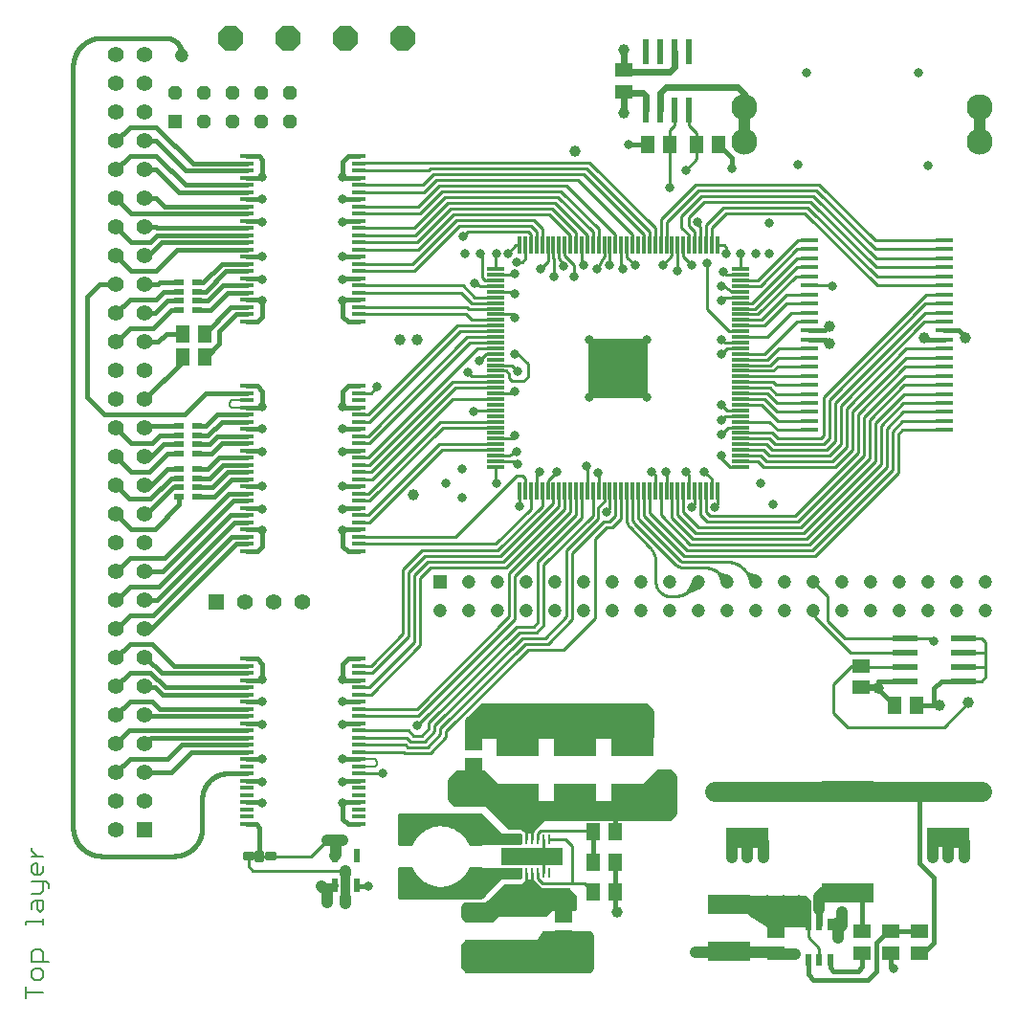
<source format=gtl>
G75*
%MOIN*%
%OFA0B0*%
%FSLAX25Y25*%
%IPPOS*%
%LPD*%
%AMOC8*
5,1,8,0,0,1.08239X$1,22.5*
%
%ADD10C,0.00800*%
%ADD11C,0.09055*%
%ADD12R,0.05906X0.05118*%
%ADD13R,0.14567X0.07087*%
%ADD14R,0.05537X0.05537*%
%ADD15C,0.05537*%
%ADD16R,0.05118X0.01575*%
%ADD17R,0.02362X0.08661*%
%ADD18R,0.06299X0.01181*%
%ADD19R,0.01181X0.06299*%
%ADD20C,0.03175*%
%ADD21C,0.00500*%
%ADD22C,0.16598*%
%ADD23R,0.02362X0.04331*%
%ADD24R,0.18110X0.07087*%
%ADD25R,0.05118X0.05906*%
%ADD26R,0.05906X0.01772*%
%ADD27R,0.04750X0.04750*%
%ADD28C,0.04750*%
%ADD29OC8,0.04750*%
%ADD30R,0.03543X0.01969*%
%ADD31R,0.02165X0.04724*%
%ADD32R,0.08661X0.02362*%
%ADD33C,0.01260*%
%ADD34R,0.00500X0.01000*%
%ADD35OC8,0.08500*%
%ADD36R,0.28740X0.03150*%
%ADD37C,0.01000*%
%ADD38R,0.01102X0.03228*%
%ADD39R,0.21654X0.06220*%
%ADD40C,0.03962*%
%ADD41C,0.04000*%
%ADD42C,0.05000*%
%ADD43C,0.03200*%
%ADD44C,0.01600*%
%ADD45C,0.02400*%
%ADD46C,0.07000*%
D10*
X0013395Y0010400D02*
X0013395Y0014537D01*
X0013395Y0012468D02*
X0019600Y0012468D01*
X0018566Y0016845D02*
X0019600Y0017880D01*
X0019600Y0019948D01*
X0018566Y0020982D01*
X0016497Y0020982D01*
X0015463Y0019948D01*
X0015463Y0017880D01*
X0016497Y0016845D01*
X0018566Y0016845D01*
X0019600Y0023291D02*
X0019600Y0026394D01*
X0018566Y0027428D01*
X0016497Y0027428D01*
X0015463Y0026394D01*
X0015463Y0023291D01*
X0021668Y0023291D01*
X0019600Y0036182D02*
X0019600Y0038250D01*
X0019600Y0037216D02*
X0013395Y0037216D01*
X0013395Y0036182D01*
X0015463Y0041513D02*
X0015463Y0043582D01*
X0016497Y0044616D01*
X0019600Y0044616D01*
X0019600Y0041513D01*
X0018566Y0040479D01*
X0017532Y0041513D01*
X0017532Y0044616D01*
X0018566Y0046924D02*
X0019600Y0047959D01*
X0019600Y0051061D01*
X0020634Y0051061D02*
X0015463Y0051061D01*
X0016497Y0053370D02*
X0015463Y0054404D01*
X0015463Y0056473D01*
X0016497Y0057507D01*
X0017532Y0057507D01*
X0017532Y0053370D01*
X0018566Y0053370D02*
X0016497Y0053370D01*
X0018566Y0053370D02*
X0019600Y0054404D01*
X0019600Y0056473D01*
X0019600Y0059815D02*
X0015463Y0059815D01*
X0017532Y0059815D02*
X0015463Y0061884D01*
X0015463Y0062918D01*
X0020634Y0051061D02*
X0021668Y0050027D01*
X0021668Y0048993D01*
X0018566Y0046924D02*
X0015463Y0046924D01*
X0129606Y0091250D02*
X0135250Y0091250D01*
X0136000Y0092000D01*
X0136000Y0093000D01*
X0135250Y0093750D01*
X0129606Y0093750D01*
X0090394Y0216250D02*
X0085250Y0216250D01*
X0084500Y0217000D01*
X0084500Y0218000D01*
X0085250Y0218750D01*
X0090394Y0218750D01*
D11*
X0264055Y0308701D03*
X0264055Y0320906D03*
X0345945Y0320906D03*
X0345945Y0308701D03*
D12*
X0222000Y0326260D03*
X0222000Y0333740D03*
X0304500Y0126240D03*
X0304500Y0118760D03*
X0169500Y0099240D03*
X0169500Y0091760D03*
X0201000Y0039240D03*
X0201000Y0031760D03*
X0275000Y0033740D03*
X0275000Y0026260D03*
X0305000Y0026260D03*
X0315000Y0026260D03*
X0325000Y0026260D03*
X0325000Y0033740D03*
X0315000Y0033740D03*
X0305000Y0033740D03*
D13*
X0258500Y0026929D03*
X0258500Y0043071D03*
X0265000Y0066429D03*
X0265000Y0082571D03*
X0225000Y0081929D03*
X0205000Y0081929D03*
X0185000Y0081929D03*
X0185000Y0098071D03*
X0205000Y0098071D03*
X0225000Y0098071D03*
X0185000Y0043071D03*
X0185000Y0026929D03*
X0335000Y0066429D03*
X0335000Y0082571D03*
D14*
X0080000Y0148500D03*
X0055000Y0069173D03*
D15*
X0045000Y0069173D03*
X0045000Y0079173D03*
X0055000Y0079173D03*
X0055000Y0089173D03*
X0045000Y0089173D03*
X0045000Y0099173D03*
X0055000Y0099173D03*
X0055000Y0109173D03*
X0045000Y0109173D03*
X0045000Y0119173D03*
X0055000Y0119173D03*
X0055000Y0129173D03*
X0045000Y0129173D03*
X0045000Y0139173D03*
X0055000Y0139173D03*
X0055000Y0149173D03*
X0045000Y0149173D03*
X0045000Y0159173D03*
X0055000Y0159173D03*
X0055000Y0169173D03*
X0045000Y0169173D03*
X0045000Y0179173D03*
X0055000Y0179173D03*
X0055000Y0189173D03*
X0045000Y0189173D03*
X0045000Y0199173D03*
X0055000Y0199173D03*
X0055000Y0209173D03*
X0045000Y0209173D03*
X0045000Y0219173D03*
X0055000Y0219173D03*
X0055000Y0229173D03*
X0045000Y0229173D03*
X0045000Y0239173D03*
X0055000Y0239173D03*
X0055000Y0249173D03*
X0045000Y0249173D03*
X0045000Y0259173D03*
X0055000Y0259173D03*
X0055000Y0269173D03*
X0045000Y0269173D03*
X0045000Y0279173D03*
X0055000Y0279173D03*
X0055000Y0289173D03*
X0045000Y0289173D03*
X0045000Y0299173D03*
X0055000Y0299173D03*
X0055000Y0309173D03*
X0045000Y0309173D03*
X0045000Y0319173D03*
X0055000Y0319173D03*
X0055000Y0329173D03*
X0045000Y0329173D03*
X0045000Y0339173D03*
X0055000Y0339173D03*
X0090000Y0148500D03*
X0100000Y0148500D03*
X0110000Y0148500D03*
D16*
X0090394Y0166250D03*
X0090394Y0168750D03*
X0090394Y0171250D03*
X0090394Y0173750D03*
X0090394Y0176250D03*
X0090394Y0178750D03*
X0090394Y0181250D03*
X0090394Y0183750D03*
X0090394Y0186250D03*
X0090394Y0188750D03*
X0090394Y0191250D03*
X0090394Y0193750D03*
X0090394Y0196250D03*
X0090394Y0198750D03*
X0090394Y0201250D03*
X0090394Y0203750D03*
X0090394Y0206250D03*
X0090394Y0208750D03*
X0090394Y0211250D03*
X0090394Y0213750D03*
X0090394Y0216250D03*
X0090394Y0218750D03*
X0090394Y0221250D03*
X0090394Y0223750D03*
X0090394Y0246250D03*
X0090394Y0248750D03*
X0090394Y0251250D03*
X0090394Y0253750D03*
X0090394Y0256250D03*
X0090394Y0258750D03*
X0090394Y0261250D03*
X0090394Y0263750D03*
X0090394Y0266250D03*
X0090394Y0268750D03*
X0090394Y0271250D03*
X0090394Y0273750D03*
X0090394Y0276250D03*
X0090394Y0278750D03*
X0090394Y0281250D03*
X0090394Y0283750D03*
X0090394Y0286250D03*
X0090394Y0288750D03*
X0090394Y0291250D03*
X0090394Y0293750D03*
X0090394Y0296250D03*
X0090394Y0298750D03*
X0090394Y0301250D03*
X0090394Y0303750D03*
X0129606Y0303750D03*
X0129606Y0301250D03*
X0129606Y0298750D03*
X0129606Y0296250D03*
X0129606Y0293750D03*
X0129606Y0291250D03*
X0129606Y0288750D03*
X0129606Y0286250D03*
X0129606Y0283750D03*
X0129606Y0281250D03*
X0129606Y0278750D03*
X0129606Y0276250D03*
X0129606Y0273750D03*
X0129606Y0271250D03*
X0129606Y0268750D03*
X0129606Y0266250D03*
X0129606Y0263750D03*
X0129606Y0261250D03*
X0129606Y0258750D03*
X0129606Y0256250D03*
X0129606Y0253750D03*
X0129606Y0251250D03*
X0129606Y0248750D03*
X0129606Y0246250D03*
X0129606Y0223750D03*
X0129606Y0221250D03*
X0129606Y0218750D03*
X0129606Y0216250D03*
X0129606Y0213750D03*
X0129606Y0211250D03*
X0129606Y0208750D03*
X0129606Y0206250D03*
X0129606Y0203750D03*
X0129606Y0201250D03*
X0129606Y0198750D03*
X0129606Y0196250D03*
X0129606Y0193750D03*
X0129606Y0191250D03*
X0129606Y0188750D03*
X0129606Y0186250D03*
X0129606Y0183750D03*
X0129606Y0181250D03*
X0129606Y0178750D03*
X0129606Y0176250D03*
X0129606Y0173750D03*
X0129606Y0171250D03*
X0129606Y0168750D03*
X0129606Y0166250D03*
X0129606Y0128750D03*
X0129606Y0126250D03*
X0129606Y0123750D03*
X0129606Y0121250D03*
X0129606Y0118750D03*
X0129606Y0116250D03*
X0129606Y0113750D03*
X0129606Y0111250D03*
X0129606Y0108750D03*
X0129606Y0106250D03*
X0129606Y0103750D03*
X0129606Y0101250D03*
X0129606Y0098750D03*
X0129606Y0096250D03*
X0129606Y0093750D03*
X0129606Y0091250D03*
X0129606Y0088750D03*
X0129606Y0086250D03*
X0129606Y0083750D03*
X0129606Y0081250D03*
X0129606Y0078750D03*
X0129606Y0076250D03*
X0129606Y0073750D03*
X0129606Y0071250D03*
X0090394Y0071250D03*
X0090394Y0073750D03*
X0090394Y0076250D03*
X0090394Y0078750D03*
X0090394Y0081250D03*
X0090394Y0083750D03*
X0090394Y0086250D03*
X0090394Y0088750D03*
X0090394Y0091250D03*
X0090394Y0093750D03*
X0090394Y0096250D03*
X0090394Y0098750D03*
X0090394Y0101250D03*
X0090394Y0103750D03*
X0090394Y0106250D03*
X0090394Y0108750D03*
X0090394Y0111250D03*
X0090394Y0113750D03*
X0090394Y0116250D03*
X0090394Y0118750D03*
X0090394Y0121250D03*
X0090394Y0123750D03*
X0090394Y0126250D03*
X0090394Y0128750D03*
D17*
X0229500Y0319764D03*
X0234500Y0319764D03*
X0239500Y0319764D03*
X0244500Y0319764D03*
X0244500Y0340236D03*
X0239500Y0340236D03*
X0234500Y0340236D03*
X0229500Y0340236D03*
D18*
X0262717Y0264449D03*
X0262717Y0262480D03*
X0262717Y0260512D03*
X0262717Y0258543D03*
X0262717Y0256575D03*
X0262717Y0254606D03*
X0262717Y0252638D03*
X0262717Y0250669D03*
X0262717Y0248701D03*
X0262717Y0246732D03*
X0262717Y0244764D03*
X0262717Y0242795D03*
X0262717Y0240827D03*
X0262717Y0238858D03*
X0262717Y0236890D03*
X0262717Y0234921D03*
X0262717Y0232953D03*
X0262717Y0230984D03*
X0262717Y0229016D03*
X0262717Y0227047D03*
X0262717Y0225079D03*
X0262717Y0223110D03*
X0262717Y0221142D03*
X0262717Y0219173D03*
X0262717Y0217205D03*
X0262717Y0215236D03*
X0262717Y0213268D03*
X0262717Y0211299D03*
X0262717Y0209331D03*
X0262717Y0207362D03*
X0262717Y0205394D03*
X0262717Y0203425D03*
X0262717Y0201457D03*
X0262717Y0199488D03*
X0262717Y0197520D03*
X0262717Y0195551D03*
X0177283Y0195551D03*
X0177283Y0197520D03*
X0177283Y0199488D03*
X0177283Y0201457D03*
X0177283Y0203425D03*
X0177283Y0205394D03*
X0177283Y0207362D03*
X0177283Y0209331D03*
X0177283Y0211299D03*
X0177283Y0213268D03*
X0177283Y0215236D03*
X0177283Y0217205D03*
X0177283Y0219173D03*
X0177283Y0221142D03*
X0177283Y0223110D03*
X0177283Y0225079D03*
X0177283Y0227047D03*
X0177283Y0229016D03*
X0177283Y0230984D03*
X0177283Y0232953D03*
X0177283Y0234921D03*
X0177283Y0236890D03*
X0177283Y0238858D03*
X0177283Y0240827D03*
X0177283Y0242795D03*
X0177283Y0244764D03*
X0177283Y0246732D03*
X0177283Y0248701D03*
X0177283Y0250669D03*
X0177283Y0252638D03*
X0177283Y0254606D03*
X0177283Y0256575D03*
X0177283Y0258543D03*
X0177283Y0260512D03*
X0177283Y0262480D03*
X0177283Y0264449D03*
D19*
X0185551Y0272717D03*
X0187520Y0272717D03*
X0189488Y0272717D03*
X0191457Y0272717D03*
X0193425Y0272717D03*
X0195394Y0272717D03*
X0197362Y0272717D03*
X0199331Y0272717D03*
X0201299Y0272717D03*
X0203268Y0272717D03*
X0205236Y0272717D03*
X0207205Y0272717D03*
X0209173Y0272717D03*
X0211142Y0272717D03*
X0213110Y0272717D03*
X0215079Y0272717D03*
X0217047Y0272717D03*
X0219016Y0272717D03*
X0220984Y0272717D03*
X0222953Y0272717D03*
X0224921Y0272717D03*
X0226890Y0272717D03*
X0228858Y0272717D03*
X0230827Y0272717D03*
X0232795Y0272717D03*
X0234764Y0272717D03*
X0236732Y0272717D03*
X0238701Y0272717D03*
X0240669Y0272717D03*
X0242638Y0272717D03*
X0244606Y0272717D03*
X0246575Y0272717D03*
X0248543Y0272717D03*
X0250512Y0272717D03*
X0252480Y0272717D03*
X0254449Y0272717D03*
X0254449Y0187283D03*
X0252480Y0187283D03*
X0250512Y0187283D03*
X0248543Y0187283D03*
X0246575Y0187283D03*
X0244606Y0187283D03*
X0242638Y0187283D03*
X0240669Y0187283D03*
X0238701Y0187283D03*
X0236732Y0187283D03*
X0234764Y0187283D03*
X0232795Y0187283D03*
X0230827Y0187283D03*
X0228858Y0187283D03*
X0226890Y0187283D03*
X0224921Y0187283D03*
X0222953Y0187283D03*
X0220984Y0187283D03*
X0219016Y0187283D03*
X0217047Y0187283D03*
X0215079Y0187283D03*
X0213110Y0187283D03*
X0211142Y0187283D03*
X0209173Y0187283D03*
X0207205Y0187283D03*
X0205236Y0187283D03*
X0203268Y0187283D03*
X0201299Y0187283D03*
X0199331Y0187283D03*
X0197362Y0187283D03*
X0195394Y0187283D03*
X0193425Y0187283D03*
X0191457Y0187283D03*
X0189488Y0187283D03*
X0187520Y0187283D03*
X0185551Y0187283D03*
D20*
X0177500Y0190000D03*
X0185000Y0196500D03*
X0184500Y0201000D03*
X0184000Y0206500D03*
X0169500Y0215000D03*
X0184000Y0222000D03*
X0185000Y0229000D03*
X0184000Y0235000D03*
X0171500Y0232500D03*
X0167500Y0228500D03*
X0136000Y0223500D03*
X0124000Y0216500D03*
X0124000Y0209000D03*
X0124000Y0201000D03*
X0124000Y0189000D03*
X0124000Y0181000D03*
X0124000Y0173500D03*
X0096000Y0173500D03*
X0096000Y0181000D03*
X0096000Y0189000D03*
X0096000Y0201000D03*
X0096000Y0209000D03*
X0096000Y0216500D03*
X0160000Y0190000D03*
X0165500Y0185000D03*
X0165500Y0195000D03*
X0185500Y0182000D03*
X0192500Y0194000D03*
X0198500Y0194000D03*
X0209000Y0196000D03*
X0213000Y0193500D03*
X0216000Y0180000D03*
X0231500Y0194000D03*
X0236500Y0194000D03*
X0243500Y0194000D03*
X0250000Y0194000D03*
X0256000Y0199500D03*
X0256000Y0207000D03*
X0256000Y0212000D03*
X0256000Y0217291D03*
X0230000Y0220000D03*
X0210000Y0220000D03*
X0210000Y0240000D03*
X0230000Y0240000D03*
X0256000Y0240000D03*
X0256000Y0235000D03*
X0256000Y0253500D03*
X0256000Y0258500D03*
X0256500Y0263500D03*
X0251000Y0266500D03*
X0245500Y0266000D03*
X0240500Y0264000D03*
X0235500Y0266000D03*
X0226000Y0266000D03*
X0221500Y0264500D03*
X0217000Y0266000D03*
X0212500Y0264500D03*
X0208000Y0266000D03*
X0204500Y0262000D03*
X0201000Y0265500D03*
X0197500Y0262000D03*
X0193000Y0264500D03*
X0184500Y0267000D03*
X0184000Y0263000D03*
X0184000Y0256000D03*
X0184000Y0247500D03*
X0170000Y0259500D03*
X0172000Y0270000D03*
X0166500Y0270000D03*
X0166000Y0276000D03*
X0177500Y0270000D03*
X0181500Y0270000D03*
X0124000Y0269000D03*
X0124000Y0261000D03*
X0124000Y0253500D03*
X0096000Y0253500D03*
X0096000Y0261000D03*
X0096000Y0269000D03*
X0096000Y0281000D03*
X0096000Y0289000D03*
X0096000Y0296500D03*
X0124000Y0296500D03*
X0124000Y0289000D03*
X0124000Y0281000D03*
X0223500Y0308000D03*
X0243500Y0299000D03*
X0238000Y0293000D03*
X0247500Y0281000D03*
X0257500Y0270000D03*
X0262500Y0270000D03*
X0268000Y0270000D03*
X0272500Y0270000D03*
X0272500Y0280500D03*
X0259500Y0299500D03*
X0282500Y0301000D03*
X0328000Y0300500D03*
X0324500Y0333000D03*
X0285500Y0333000D03*
X0294500Y0258500D03*
X0269500Y0190000D03*
X0274000Y0182500D03*
X0253500Y0181500D03*
X0245500Y0181500D03*
X0330000Y0135000D03*
X0197000Y0060000D03*
X0193500Y0060000D03*
X0190000Y0060000D03*
X0186500Y0060000D03*
X0183000Y0060000D03*
X0133000Y0049500D03*
X0124000Y0078500D03*
X0124000Y0086000D03*
X0124000Y0094000D03*
X0138000Y0089000D03*
X0150000Y0105500D03*
X0124000Y0106000D03*
X0124000Y0114000D03*
X0124000Y0121500D03*
X0096000Y0121500D03*
X0096000Y0114000D03*
X0096000Y0106000D03*
X0096000Y0094000D03*
X0096000Y0086000D03*
X0096000Y0078500D03*
X0316000Y0021000D03*
D21*
X0230000Y0220000D02*
X0210000Y0220000D01*
X0210000Y0240000D01*
X0230000Y0240000D01*
X0230000Y0220000D01*
X0230000Y0220357D02*
X0210000Y0220357D01*
X0210000Y0220855D02*
X0230000Y0220855D01*
X0230000Y0221354D02*
X0210000Y0221354D01*
X0210000Y0221852D02*
X0230000Y0221852D01*
X0230000Y0222351D02*
X0210000Y0222351D01*
X0210000Y0222849D02*
X0230000Y0222849D01*
X0230000Y0223348D02*
X0210000Y0223348D01*
X0210000Y0223846D02*
X0230000Y0223846D01*
X0230000Y0224345D02*
X0210000Y0224345D01*
X0210000Y0224843D02*
X0230000Y0224843D01*
X0230000Y0225342D02*
X0210000Y0225342D01*
X0210000Y0225841D02*
X0230000Y0225841D01*
X0230000Y0226339D02*
X0210000Y0226339D01*
X0210000Y0226838D02*
X0230000Y0226838D01*
X0230000Y0227336D02*
X0210000Y0227336D01*
X0210000Y0227835D02*
X0230000Y0227835D01*
X0230000Y0228333D02*
X0210000Y0228333D01*
X0210000Y0228832D02*
X0230000Y0228832D01*
X0230000Y0229330D02*
X0210000Y0229330D01*
X0210000Y0229829D02*
X0230000Y0229829D01*
X0230000Y0230327D02*
X0210000Y0230327D01*
X0210000Y0230826D02*
X0230000Y0230826D01*
X0230000Y0231324D02*
X0210000Y0231324D01*
X0210000Y0231823D02*
X0230000Y0231823D01*
X0230000Y0232321D02*
X0210000Y0232321D01*
X0210000Y0232820D02*
X0230000Y0232820D01*
X0230000Y0233318D02*
X0210000Y0233318D01*
X0210000Y0233817D02*
X0230000Y0233817D01*
X0230000Y0234315D02*
X0210000Y0234315D01*
X0210000Y0234814D02*
X0230000Y0234814D01*
X0230000Y0235312D02*
X0210000Y0235312D01*
X0210000Y0235811D02*
X0230000Y0235811D01*
X0230000Y0236309D02*
X0210000Y0236309D01*
X0210000Y0236808D02*
X0230000Y0236808D01*
X0230000Y0237306D02*
X0210000Y0237306D01*
X0210000Y0237805D02*
X0230000Y0237805D01*
X0230000Y0238303D02*
X0210000Y0238303D01*
X0210000Y0238802D02*
X0230000Y0238802D01*
X0230000Y0239300D02*
X0210000Y0239300D01*
X0210000Y0239799D02*
X0230000Y0239799D01*
D22*
X0220000Y0230000D03*
D23*
X0286260Y0036299D03*
X0290000Y0036299D03*
X0293740Y0036299D03*
X0293740Y0023701D03*
X0290000Y0023701D03*
X0286260Y0023701D03*
D24*
X0300000Y0047283D03*
X0300000Y0082717D03*
D25*
X0316260Y0112500D03*
X0323740Y0112500D03*
X0218740Y0068500D03*
X0211260Y0068500D03*
X0211260Y0058000D03*
X0218740Y0058000D03*
X0218740Y0047500D03*
X0211260Y0047500D03*
X0075740Y0234000D03*
X0068260Y0234000D03*
X0068260Y0242000D03*
X0075740Y0242000D03*
X0230260Y0308000D03*
X0237740Y0308000D03*
X0247260Y0308000D03*
X0254740Y0308000D03*
D26*
X0286413Y0274535D03*
X0286413Y0271386D03*
X0286413Y0268236D03*
X0286413Y0265087D03*
X0286413Y0261937D03*
X0286413Y0258787D03*
X0286413Y0255638D03*
X0286413Y0252488D03*
X0286413Y0249338D03*
X0286413Y0246189D03*
X0286413Y0243039D03*
X0286413Y0239890D03*
X0286413Y0236740D03*
X0286413Y0233590D03*
X0286413Y0230441D03*
X0286413Y0227291D03*
X0286413Y0224142D03*
X0286413Y0220992D03*
X0286413Y0217842D03*
X0286413Y0214693D03*
X0286413Y0211543D03*
X0286413Y0208394D03*
X0333658Y0208394D03*
X0333658Y0211543D03*
X0333658Y0214693D03*
X0333658Y0217842D03*
X0333658Y0220992D03*
X0333658Y0224142D03*
X0333658Y0227291D03*
X0333658Y0230441D03*
X0333658Y0233590D03*
X0333658Y0236740D03*
X0333658Y0239890D03*
X0333658Y0243039D03*
X0333658Y0246189D03*
X0333658Y0249338D03*
X0333658Y0252488D03*
X0333658Y0255638D03*
X0333658Y0258787D03*
X0333658Y0261937D03*
X0333658Y0265087D03*
X0333658Y0268236D03*
X0333658Y0271386D03*
X0333658Y0274535D03*
D27*
X0157953Y0155669D03*
X0065500Y0316000D03*
D28*
X0068000Y0339000D03*
X0167953Y0155669D03*
X0177953Y0155669D03*
X0187953Y0155669D03*
X0197953Y0155669D03*
X0207953Y0155669D03*
X0217953Y0155669D03*
X0227953Y0155669D03*
X0237953Y0155669D03*
X0247953Y0155669D03*
X0257953Y0155669D03*
X0267953Y0155669D03*
X0277953Y0155669D03*
X0287953Y0155669D03*
X0297953Y0155669D03*
X0307953Y0155669D03*
X0317953Y0155669D03*
X0327953Y0155669D03*
X0337953Y0155669D03*
X0347953Y0155669D03*
X0347953Y0145669D03*
X0337953Y0145669D03*
X0327953Y0145669D03*
X0317953Y0145669D03*
X0307953Y0145669D03*
X0297953Y0145669D03*
X0287953Y0145669D03*
X0277953Y0145669D03*
X0267953Y0145669D03*
X0257953Y0145669D03*
X0247953Y0145669D03*
X0237953Y0145669D03*
X0227953Y0145669D03*
X0217953Y0145669D03*
X0207953Y0145669D03*
X0197953Y0145669D03*
X0187953Y0145669D03*
X0177953Y0145669D03*
X0167953Y0145669D03*
X0157953Y0145669D03*
D29*
X0105500Y0316000D03*
X0095500Y0316000D03*
X0095500Y0326000D03*
X0105500Y0326000D03*
X0085500Y0326000D03*
X0075500Y0326000D03*
X0075500Y0316000D03*
X0085500Y0316000D03*
X0065500Y0326000D03*
D30*
X0066850Y0259724D03*
X0066850Y0256575D03*
X0066850Y0253425D03*
X0066850Y0250276D03*
X0073150Y0250276D03*
X0073150Y0253425D03*
X0073150Y0256575D03*
X0073150Y0259724D03*
X0073150Y0209724D03*
X0073150Y0206575D03*
X0073150Y0203425D03*
X0073150Y0200276D03*
X0073150Y0194724D03*
X0073150Y0191575D03*
X0073150Y0188425D03*
X0073150Y0185276D03*
X0066850Y0185276D03*
X0066850Y0188425D03*
X0066850Y0191575D03*
X0066850Y0194724D03*
X0066850Y0200276D03*
X0066850Y0203425D03*
X0066850Y0206575D03*
X0066850Y0209724D03*
D31*
X0121260Y0060118D03*
X0128740Y0060118D03*
X0128740Y0049882D03*
X0125000Y0049882D03*
X0121260Y0049882D03*
D32*
X0319764Y0121000D03*
X0319764Y0126000D03*
X0319764Y0131000D03*
X0319764Y0136000D03*
X0340236Y0136000D03*
X0340236Y0131000D03*
X0340236Y0126000D03*
X0340236Y0121000D03*
D33*
X0097599Y0060945D02*
X0097599Y0059055D01*
X0097599Y0060945D02*
X0100275Y0060945D01*
X0100275Y0059055D01*
X0097599Y0059055D01*
X0097599Y0060314D02*
X0100275Y0060314D01*
X0094055Y0061338D02*
X0094055Y0058662D01*
X0094055Y0061338D02*
X0095945Y0061338D01*
X0095945Y0058662D01*
X0094055Y0058662D01*
X0094055Y0059921D02*
X0095945Y0059921D01*
X0095945Y0061180D02*
X0094055Y0061180D01*
X0089725Y0060945D02*
X0089725Y0059055D01*
X0089725Y0060945D02*
X0092401Y0060945D01*
X0092401Y0059055D01*
X0089725Y0059055D01*
X0089725Y0060314D02*
X0092401Y0060314D01*
D34*
X0096750Y0060000D03*
D35*
X0105000Y0345000D03*
X0085000Y0345000D03*
X0125000Y0345000D03*
X0145000Y0345000D03*
D36*
X0158000Y0072598D03*
X0158000Y0047402D03*
D37*
X0157874Y0048949D02*
X0158382Y0048953D01*
X0159016Y0048992D01*
X0159535Y0049055D01*
X0160197Y0049161D01*
X0160831Y0049307D01*
X0161335Y0049461D01*
X0161795Y0049610D01*
X0162260Y0049799D01*
X0162819Y0050051D01*
X0163217Y0050256D01*
X0163685Y0050520D01*
X0164063Y0050764D01*
X0164437Y0051012D01*
X0164831Y0051315D01*
X0165413Y0051803D01*
X0165961Y0052327D01*
X0166488Y0052898D01*
X0167264Y0053984D01*
X0167850Y0054972D01*
X0168244Y0055866D01*
X0172370Y0055866D01*
X0172370Y0045630D01*
X0143630Y0045630D01*
X0143630Y0055866D01*
X0147756Y0055866D01*
X0147913Y0055480D01*
X0148118Y0055063D01*
X0148358Y0054591D01*
X0148669Y0054098D01*
X0148917Y0053697D01*
X0149150Y0053394D01*
X0149531Y0052906D01*
X0149949Y0052425D01*
X0150488Y0051886D01*
X0150724Y0051669D01*
X0151138Y0051323D01*
X0151563Y0051008D01*
X0152051Y0050661D01*
X0152433Y0050445D01*
X0152925Y0050173D01*
X0153492Y0049913D01*
X0153969Y0049705D01*
X0154752Y0049433D01*
X0155461Y0049248D01*
X0156173Y0049098D01*
X0157012Y0048996D01*
X0157874Y0048949D01*
X0153449Y0049933D02*
X0143630Y0049933D01*
X0143630Y0048934D02*
X0172370Y0048934D01*
X0172500Y0048934D02*
X0175434Y0048934D01*
X0174436Y0047936D02*
X0172500Y0047936D01*
X0172370Y0047936D02*
X0143630Y0047936D01*
X0143630Y0046937D02*
X0172370Y0046937D01*
X0172500Y0046937D02*
X0173437Y0046937D01*
X0172500Y0046000D02*
X0172500Y0055500D01*
X0186000Y0055500D01*
X0186000Y0052500D01*
X0179000Y0052500D01*
X0172500Y0046000D01*
X0172370Y0045939D02*
X0143630Y0045939D01*
X0143630Y0050932D02*
X0151671Y0050932D01*
X0150444Y0051930D02*
X0143630Y0051930D01*
X0143630Y0052929D02*
X0149513Y0052929D01*
X0148775Y0053927D02*
X0143630Y0053927D01*
X0143630Y0054926D02*
X0148188Y0054926D01*
X0147756Y0064134D02*
X0143630Y0064134D01*
X0143630Y0074370D01*
X0172370Y0074370D01*
X0172370Y0064134D01*
X0168244Y0064134D01*
X0168087Y0064520D01*
X0167882Y0064937D01*
X0167642Y0065409D01*
X0167331Y0065902D01*
X0167083Y0066303D01*
X0166850Y0066606D01*
X0166469Y0067094D01*
X0166051Y0067575D01*
X0165512Y0068114D01*
X0165276Y0068331D01*
X0164862Y0068677D01*
X0164437Y0068992D01*
X0163949Y0069339D01*
X0163567Y0069555D01*
X0163075Y0069827D01*
X0162508Y0070087D01*
X0162031Y0070295D01*
X0161248Y0070567D01*
X0160539Y0070752D01*
X0159827Y0070902D01*
X0158988Y0071004D01*
X0158126Y0071051D01*
X0157618Y0071047D01*
X0156984Y0071008D01*
X0156465Y0070945D01*
X0155803Y0070839D01*
X0155169Y0070693D01*
X0154665Y0070539D01*
X0154205Y0070390D01*
X0153740Y0070201D01*
X0153181Y0069949D01*
X0152783Y0069744D01*
X0152315Y0069480D01*
X0151937Y0069236D01*
X0151563Y0068988D01*
X0151169Y0068685D01*
X0150587Y0068197D01*
X0150039Y0067673D01*
X0149512Y0067102D01*
X0148736Y0066016D01*
X0148150Y0065028D01*
X0147756Y0064134D01*
X0148098Y0064911D02*
X0143630Y0064911D01*
X0143630Y0065909D02*
X0148673Y0065909D01*
X0149373Y0066908D02*
X0143630Y0066908D01*
X0143630Y0067906D02*
X0150283Y0067906D01*
X0151455Y0068905D02*
X0143630Y0068905D01*
X0143630Y0069903D02*
X0153093Y0069903D01*
X0156196Y0070902D02*
X0143630Y0070902D01*
X0143630Y0071900D02*
X0172370Y0071900D01*
X0172500Y0071900D02*
X0174600Y0071900D01*
X0175598Y0070902D02*
X0172500Y0070902D01*
X0172370Y0070902D02*
X0159825Y0070902D01*
X0162908Y0069903D02*
X0172370Y0069903D01*
X0172500Y0069903D02*
X0176597Y0069903D01*
X0177595Y0068905D02*
X0172500Y0068905D01*
X0172370Y0068905D02*
X0164555Y0068905D01*
X0165720Y0067906D02*
X0172370Y0067906D01*
X0172500Y0067906D02*
X0178594Y0067906D01*
X0179000Y0067500D02*
X0172500Y0074000D01*
X0172500Y0064500D01*
X0186000Y0064500D01*
X0186000Y0067500D01*
X0179000Y0067500D01*
X0182000Y0070000D02*
X0174000Y0078000D01*
X0163000Y0078000D01*
X0161000Y0080000D01*
X0161000Y0086500D01*
X0164000Y0089500D01*
X0173000Y0089500D01*
X0183500Y0079000D01*
X0223000Y0079000D01*
X0234000Y0090000D01*
X0238000Y0090000D01*
X0240000Y0088000D01*
X0240000Y0075000D01*
X0238000Y0073000D01*
X0194000Y0073000D01*
X0190000Y0068500D01*
X0190000Y0065945D01*
X0191969Y0065945D02*
X0191969Y0067969D01*
X0193000Y0069000D01*
X0210760Y0069000D01*
X0211260Y0068500D01*
X0204000Y0063500D02*
X0204000Y0050500D01*
X0208260Y0050500D01*
X0211260Y0047500D01*
X0205000Y0046000D02*
X0205000Y0041500D01*
X0196500Y0041500D01*
X0194500Y0039500D01*
X0178000Y0039500D01*
X0176000Y0037500D01*
X0167000Y0037500D01*
X0165500Y0039000D01*
X0165500Y0042500D01*
X0166500Y0043500D01*
X0174000Y0043500D01*
X0180500Y0050000D01*
X0186500Y0050000D01*
X0188000Y0051500D01*
X0190000Y0051500D01*
X0193000Y0048500D01*
X0202500Y0048500D01*
X0205000Y0046000D01*
X0205000Y0045939D02*
X0176439Y0045939D01*
X0177437Y0046937D02*
X0204063Y0046937D01*
X0203064Y0047936D02*
X0178436Y0047936D01*
X0179434Y0048934D02*
X0192566Y0048934D01*
X0191567Y0049933D02*
X0180433Y0049933D01*
X0178430Y0051930D02*
X0172500Y0051930D01*
X0172370Y0051930D02*
X0165546Y0051930D01*
X0166510Y0052929D02*
X0172370Y0052929D01*
X0172500Y0052929D02*
X0186000Y0052929D01*
X0186000Y0053927D02*
X0172500Y0053927D01*
X0172370Y0053927D02*
X0167223Y0053927D01*
X0167823Y0054926D02*
X0172370Y0054926D01*
X0172500Y0054926D02*
X0186000Y0054926D01*
X0188031Y0054055D02*
X0188031Y0051031D01*
X0188000Y0051000D01*
X0187432Y0050932D02*
X0190568Y0050932D01*
X0190000Y0051000D02*
X0190000Y0054055D01*
X0191969Y0054055D02*
X0191969Y0052031D01*
X0193500Y0050500D01*
X0204000Y0050500D01*
X0205000Y0044940D02*
X0175440Y0044940D01*
X0174442Y0043942D02*
X0205000Y0043942D01*
X0205000Y0042943D02*
X0165943Y0042943D01*
X0165500Y0041945D02*
X0205000Y0041945D01*
X0195946Y0040946D02*
X0165500Y0040946D01*
X0165500Y0039948D02*
X0194948Y0039948D01*
X0194000Y0033500D02*
X0210000Y0033500D01*
X0211000Y0032500D01*
X0211000Y0021000D01*
X0210000Y0020000D01*
X0167000Y0020000D01*
X0165500Y0021500D01*
X0165500Y0029000D01*
X0167000Y0030500D01*
X0192000Y0030500D01*
X0194000Y0033500D01*
X0193639Y0032958D02*
X0210542Y0032958D01*
X0211000Y0031960D02*
X0192973Y0031960D01*
X0192308Y0030961D02*
X0211000Y0030961D01*
X0211000Y0029963D02*
X0166463Y0029963D01*
X0165500Y0028964D02*
X0211000Y0028964D01*
X0211000Y0027966D02*
X0165500Y0027966D01*
X0165500Y0026967D02*
X0211000Y0026967D01*
X0211000Y0025969D02*
X0165500Y0025969D01*
X0165500Y0024970D02*
X0211000Y0024970D01*
X0211000Y0023972D02*
X0165500Y0023972D01*
X0165500Y0022973D02*
X0211000Y0022973D01*
X0211000Y0021975D02*
X0165500Y0021975D01*
X0166024Y0020976D02*
X0210976Y0020976D01*
X0177449Y0038949D02*
X0165551Y0038949D01*
X0166549Y0037951D02*
X0176451Y0037951D01*
X0176433Y0049933D02*
X0172500Y0049933D01*
X0172370Y0049933D02*
X0162557Y0049933D01*
X0164316Y0050932D02*
X0172370Y0050932D01*
X0172500Y0050932D02*
X0177432Y0050932D01*
X0193937Y0054055D02*
X0193937Y0059563D01*
X0193500Y0060000D01*
X0193937Y0060437D01*
X0193937Y0065945D01*
X0195906Y0065945D02*
X0201555Y0065945D01*
X0204000Y0063500D01*
X0193910Y0072899D02*
X0179101Y0072899D01*
X0178103Y0073897D02*
X0238897Y0073897D01*
X0239896Y0074896D02*
X0177104Y0074896D01*
X0176106Y0075894D02*
X0240000Y0075894D01*
X0240000Y0076893D02*
X0175107Y0076893D01*
X0174109Y0077891D02*
X0240000Y0077891D01*
X0240000Y0078890D02*
X0162110Y0078890D01*
X0161112Y0079888D02*
X0182612Y0079888D01*
X0181613Y0080887D02*
X0161000Y0080887D01*
X0161000Y0081885D02*
X0180615Y0081885D01*
X0179616Y0082884D02*
X0161000Y0082884D01*
X0161000Y0083882D02*
X0178618Y0083882D01*
X0177619Y0084881D02*
X0161000Y0084881D01*
X0161000Y0085879D02*
X0176621Y0085879D01*
X0175622Y0086878D02*
X0161378Y0086878D01*
X0162376Y0087876D02*
X0174624Y0087876D01*
X0173625Y0088875D02*
X0163375Y0088875D01*
X0154500Y0096000D02*
X0145500Y0096000D01*
X0145250Y0096250D01*
X0129606Y0096250D01*
X0129606Y0098750D02*
X0145750Y0098750D01*
X0146500Y0098000D01*
X0153500Y0098000D01*
X0158000Y0102500D01*
X0158000Y0104500D01*
X0187500Y0134000D01*
X0195500Y0134000D01*
X0204000Y0142500D01*
X0204000Y0165500D01*
X0215000Y0176500D01*
X0217000Y0176500D01*
X0219016Y0178516D01*
X0219016Y0187283D01*
X0220984Y0187283D02*
X0220984Y0177484D01*
X0218000Y0174500D01*
X0216000Y0174500D01*
X0212000Y0170500D01*
X0212000Y0143000D01*
X0201000Y0132000D01*
X0188500Y0132000D01*
X0160000Y0103500D01*
X0160000Y0101500D01*
X0154500Y0096000D01*
X0152500Y0100000D02*
X0147500Y0100000D01*
X0146250Y0101250D01*
X0129606Y0101250D01*
X0129606Y0103750D02*
X0146750Y0103750D01*
X0148500Y0102000D01*
X0151500Y0102000D01*
X0154000Y0104500D01*
X0154000Y0106500D01*
X0185500Y0138000D01*
X0191500Y0138000D01*
X0194000Y0140500D01*
X0194000Y0161500D01*
X0211142Y0178642D01*
X0211142Y0187283D01*
X0213110Y0187283D02*
X0213110Y0192890D01*
X0213000Y0193500D01*
X0209173Y0195827D02*
X0209173Y0187283D01*
X0207205Y0187283D02*
X0207205Y0181795D01*
X0207205Y0177705D01*
X0192000Y0162500D01*
X0192000Y0141500D01*
X0190500Y0140000D01*
X0186500Y0140000D01*
X0184500Y0140000D01*
X0150000Y0105500D01*
X0150250Y0108750D02*
X0129606Y0108750D01*
X0129606Y0111250D02*
X0149750Y0111250D01*
X0182000Y0143500D01*
X0182000Y0158500D01*
X0203268Y0179768D01*
X0203268Y0187283D01*
X0205236Y0187283D02*
X0205236Y0178736D01*
X0184000Y0157500D01*
X0184000Y0142500D01*
X0150250Y0108750D01*
X0156000Y0105500D02*
X0156000Y0103500D01*
X0152500Y0100000D01*
X0156000Y0105500D02*
X0186500Y0136000D01*
X0194500Y0136000D01*
X0202000Y0143500D01*
X0202000Y0166500D01*
X0213000Y0177500D01*
X0213000Y0181500D01*
X0215079Y0183579D01*
X0215079Y0187283D01*
X0217047Y0187283D02*
X0217047Y0181047D01*
X0216000Y0180000D01*
X0222953Y0177178D02*
X0222953Y0187283D01*
X0224921Y0187283D02*
X0224921Y0177614D01*
X0225653Y0175847D02*
X0239847Y0161653D01*
X0241634Y0162866D02*
X0227256Y0177244D01*
X0224106Y0174394D02*
X0224020Y0174483D01*
X0223937Y0174574D01*
X0223856Y0174668D01*
X0223779Y0174765D01*
X0223705Y0174864D01*
X0223634Y0174965D01*
X0223566Y0175068D01*
X0223501Y0175174D01*
X0223440Y0175281D01*
X0223382Y0175391D01*
X0223328Y0175502D01*
X0223277Y0175614D01*
X0223229Y0175729D01*
X0223186Y0175844D01*
X0223146Y0175961D01*
X0223109Y0176080D01*
X0223077Y0176199D01*
X0223048Y0176319D01*
X0223023Y0176440D01*
X0223001Y0176562D01*
X0222984Y0176685D01*
X0222970Y0176807D01*
X0222961Y0176931D01*
X0222955Y0177054D01*
X0222953Y0177178D01*
X0224106Y0174394D02*
X0230694Y0167806D01*
X0233000Y0162238D02*
X0233000Y0155571D01*
X0234464Y0152036D02*
X0234536Y0151964D01*
X0238071Y0150500D02*
X0239522Y0150500D01*
X0244000Y0152000D02*
X0248500Y0154000D01*
X0247953Y0155669D02*
X0245090Y0152806D01*
X0244000Y0152000D02*
X0246000Y0155500D01*
X0249861Y0160500D02*
X0250048Y0160498D01*
X0250236Y0160491D01*
X0250423Y0160480D01*
X0250609Y0160464D01*
X0250796Y0160444D01*
X0250982Y0160420D01*
X0251167Y0160391D01*
X0251351Y0160358D01*
X0251535Y0160320D01*
X0251717Y0160278D01*
X0251899Y0160232D01*
X0252079Y0160181D01*
X0252259Y0160126D01*
X0252436Y0160067D01*
X0252613Y0160004D01*
X0252787Y0159936D01*
X0252961Y0159864D01*
X0253132Y0159788D01*
X0253302Y0159709D01*
X0253469Y0159625D01*
X0253635Y0159537D01*
X0253798Y0159445D01*
X0253959Y0159349D01*
X0254118Y0159250D01*
X0254274Y0159147D01*
X0254428Y0159040D01*
X0254580Y0158929D01*
X0254728Y0158815D01*
X0254874Y0158698D01*
X0255017Y0158577D01*
X0255158Y0158452D01*
X0255295Y0158325D01*
X0255429Y0158194D01*
X0255428Y0158194D02*
X0257953Y0155669D01*
X0257861Y0162500D02*
X0258048Y0162498D01*
X0258236Y0162491D01*
X0258423Y0162480D01*
X0258609Y0162464D01*
X0258796Y0162444D01*
X0258982Y0162420D01*
X0259167Y0162391D01*
X0259351Y0162358D01*
X0259535Y0162320D01*
X0259717Y0162278D01*
X0259899Y0162232D01*
X0260079Y0162181D01*
X0260259Y0162126D01*
X0260436Y0162067D01*
X0260613Y0162004D01*
X0260787Y0161936D01*
X0260961Y0161864D01*
X0261132Y0161788D01*
X0261302Y0161709D01*
X0261469Y0161625D01*
X0261635Y0161537D01*
X0261798Y0161445D01*
X0261959Y0161349D01*
X0262118Y0161250D01*
X0262274Y0161147D01*
X0262428Y0161040D01*
X0262580Y0160929D01*
X0262728Y0160815D01*
X0262874Y0160698D01*
X0263017Y0160577D01*
X0263158Y0160452D01*
X0263295Y0160325D01*
X0263429Y0160194D01*
X0263428Y0160194D02*
X0267953Y0155669D01*
X0266500Y0154500D02*
X0265000Y0158500D01*
X0268500Y0157500D01*
X0258500Y0157500D02*
X0255000Y0158500D01*
X0256500Y0154500D01*
X0249861Y0160500D02*
X0242631Y0160500D01*
X0242518Y0162500D02*
X0257861Y0162500D01*
X0245000Y0168500D02*
X0286500Y0168500D01*
X0313500Y0195500D01*
X0313500Y0209000D01*
X0319193Y0214693D01*
X0333658Y0214693D01*
X0333658Y0217842D02*
X0319342Y0217842D01*
X0311500Y0210000D01*
X0311500Y0196500D01*
X0285500Y0170500D01*
X0246000Y0170500D01*
X0238701Y0177799D01*
X0238701Y0187283D01*
X0240669Y0187283D02*
X0240669Y0178831D01*
X0247000Y0172500D01*
X0284500Y0172500D01*
X0309500Y0197500D01*
X0309500Y0211000D01*
X0319492Y0220992D01*
X0333658Y0220992D01*
X0333658Y0224142D02*
X0319642Y0224142D01*
X0307500Y0212000D01*
X0307500Y0198500D01*
X0283500Y0174500D01*
X0248000Y0174500D01*
X0242638Y0179862D01*
X0242638Y0187283D01*
X0244606Y0187283D02*
X0244606Y0192894D01*
X0243500Y0194000D01*
X0250000Y0194000D02*
X0251000Y0193000D01*
X0252480Y0191520D01*
X0252480Y0187283D01*
X0250512Y0187283D02*
X0250512Y0179988D01*
X0252000Y0178500D01*
X0281500Y0178500D01*
X0303500Y0200500D01*
X0303500Y0214000D01*
X0319941Y0230441D01*
X0333658Y0230441D01*
X0333658Y0233590D02*
X0320090Y0233590D01*
X0301500Y0215000D01*
X0301500Y0201500D01*
X0295500Y0195500D01*
X0270500Y0195500D01*
X0268500Y0197500D01*
X0262736Y0197500D01*
X0262717Y0197520D01*
X0262717Y0199488D02*
X0269512Y0199488D01*
X0271500Y0197500D01*
X0294500Y0197500D01*
X0299500Y0202500D01*
X0299500Y0216000D01*
X0320240Y0236740D01*
X0333658Y0236740D01*
X0333658Y0227291D02*
X0319791Y0227291D01*
X0305500Y0213000D01*
X0305500Y0199500D01*
X0282500Y0176500D01*
X0251000Y0176500D01*
X0248543Y0178957D01*
X0248543Y0187283D01*
X0246575Y0187283D02*
X0246575Y0182575D01*
X0245500Y0181500D01*
X0253500Y0181500D02*
X0254449Y0182449D01*
X0254449Y0187283D01*
X0258949Y0195551D02*
X0256000Y0198500D01*
X0256000Y0199500D01*
X0258949Y0195551D02*
X0262717Y0195551D01*
X0262717Y0201457D02*
X0270543Y0201457D01*
X0272500Y0199500D01*
X0293500Y0199500D01*
X0297500Y0203500D01*
X0297500Y0217000D01*
X0326689Y0246189D01*
X0333658Y0246189D01*
X0333658Y0249338D02*
X0326838Y0249338D01*
X0295500Y0218000D01*
X0295500Y0204500D01*
X0292500Y0201500D01*
X0273500Y0201500D01*
X0271575Y0203425D01*
X0262717Y0203425D01*
X0262717Y0205394D02*
X0272606Y0205394D01*
X0274500Y0203500D01*
X0291500Y0203500D01*
X0293500Y0205500D01*
X0293500Y0219000D01*
X0326988Y0252488D01*
X0333658Y0252488D01*
X0333658Y0255638D02*
X0327138Y0255638D01*
X0291500Y0220000D01*
X0291500Y0206500D01*
X0290500Y0205500D01*
X0275500Y0205500D01*
X0273638Y0207362D01*
X0262717Y0207362D01*
X0262717Y0209331D02*
X0258331Y0209331D01*
X0256000Y0207000D01*
X0256000Y0212000D02*
X0257268Y0213268D01*
X0262717Y0213268D01*
X0262717Y0215236D02*
X0258055Y0215236D01*
X0256000Y0217291D01*
X0262717Y0217205D02*
X0269795Y0217205D01*
X0275457Y0211543D01*
X0286413Y0211543D01*
X0286413Y0208394D02*
X0275606Y0208394D01*
X0272701Y0211299D01*
X0262717Y0211299D01*
X0262717Y0219173D02*
X0270827Y0219173D01*
X0275307Y0214693D01*
X0286413Y0214693D01*
X0286413Y0217842D02*
X0275158Y0217842D01*
X0271858Y0221142D01*
X0262717Y0221142D01*
X0262717Y0223110D02*
X0272890Y0223110D01*
X0275008Y0220992D01*
X0286413Y0220992D01*
X0286413Y0224142D02*
X0274858Y0224142D01*
X0273921Y0225079D01*
X0262717Y0225079D01*
X0262717Y0227047D02*
X0286170Y0227047D01*
X0286413Y0227291D01*
X0286413Y0230441D02*
X0275441Y0230441D01*
X0274016Y0229016D01*
X0262717Y0229016D01*
X0262717Y0230984D02*
X0272984Y0230984D01*
X0275590Y0233590D01*
X0286413Y0233590D01*
X0286413Y0236740D02*
X0275740Y0236740D01*
X0271953Y0232953D01*
X0262717Y0232953D01*
X0262717Y0234921D02*
X0270921Y0234921D01*
X0282189Y0246189D01*
X0286413Y0246189D01*
X0286413Y0249338D02*
X0280338Y0249338D01*
X0271827Y0240827D01*
X0262717Y0240827D01*
X0262717Y0242795D02*
X0258705Y0242795D01*
X0251000Y0250500D01*
X0251000Y0266500D01*
X0245500Y0266000D02*
X0242638Y0268862D01*
X0242638Y0272717D01*
X0244606Y0272717D02*
X0244606Y0276394D01*
X0242000Y0279000D01*
X0242000Y0283000D01*
X0249000Y0290000D01*
X0288000Y0290000D01*
X0309764Y0268236D01*
X0333658Y0268236D01*
X0333658Y0265087D02*
X0309913Y0265087D01*
X0287000Y0288000D01*
X0250000Y0288000D01*
X0244500Y0282500D01*
X0244500Y0279500D01*
X0246575Y0277425D01*
X0246575Y0272717D01*
X0248543Y0272717D02*
X0248543Y0278957D01*
X0247500Y0281000D01*
X0250512Y0279988D02*
X0256500Y0286000D01*
X0286000Y0286000D01*
X0310063Y0261937D01*
X0333658Y0261937D01*
X0333658Y0258787D02*
X0310213Y0258787D01*
X0285000Y0284000D01*
X0257500Y0284000D01*
X0252500Y0279000D01*
X0252500Y0272736D01*
X0252480Y0272717D01*
X0250512Y0272717D02*
X0250512Y0279988D01*
X0254449Y0272717D02*
X0256783Y0272717D01*
X0257500Y0272000D01*
X0257500Y0270000D01*
X0262500Y0270000D02*
X0262717Y0269783D01*
X0262717Y0264449D01*
X0262717Y0262480D02*
X0257520Y0262480D01*
X0256500Y0263500D01*
X0256000Y0258500D02*
X0257000Y0258500D01*
X0259425Y0256575D01*
X0262717Y0256575D01*
X0262717Y0258543D02*
X0269543Y0258543D01*
X0282386Y0271386D01*
X0286413Y0271386D01*
X0286413Y0274535D02*
X0282535Y0274535D01*
X0268512Y0260512D01*
X0262717Y0260512D01*
X0262717Y0254606D02*
X0257106Y0254606D01*
X0256000Y0253500D01*
X0262717Y0252638D02*
X0266638Y0252638D01*
X0282236Y0268236D01*
X0286413Y0268236D01*
X0286413Y0265087D02*
X0282087Y0265087D01*
X0267669Y0250669D01*
X0262717Y0250669D01*
X0262717Y0248701D02*
X0268701Y0248701D01*
X0281937Y0261937D01*
X0286413Y0261937D01*
X0286413Y0258787D02*
X0294213Y0258787D01*
X0294500Y0258500D01*
X0286413Y0255638D02*
X0278638Y0255638D01*
X0269732Y0246732D01*
X0262717Y0246732D01*
X0262717Y0244764D02*
X0270764Y0244764D01*
X0278488Y0252488D01*
X0286413Y0252488D01*
X0262717Y0238858D02*
X0257142Y0238858D01*
X0256000Y0240000D01*
X0257890Y0236890D02*
X0256000Y0235000D01*
X0257890Y0236890D02*
X0262717Y0236890D01*
X0240500Y0264000D02*
X0240669Y0264169D01*
X0240669Y0272717D01*
X0238701Y0272717D02*
X0238701Y0269201D01*
X0235500Y0266000D01*
X0226000Y0266000D02*
X0222953Y0268547D01*
X0222953Y0272717D01*
X0224921Y0272717D02*
X0224921Y0276579D01*
X0206000Y0295500D01*
X0156500Y0295500D01*
X0152250Y0291250D01*
X0129606Y0291250D01*
X0129606Y0293750D02*
X0151750Y0293750D01*
X0155500Y0297500D01*
X0208000Y0297500D01*
X0228858Y0276642D01*
X0228858Y0272717D01*
X0230827Y0272717D02*
X0230827Y0277673D01*
X0209000Y0299500D01*
X0154500Y0299500D01*
X0153750Y0298750D01*
X0129606Y0298750D01*
X0129606Y0301250D02*
X0129856Y0301500D01*
X0210000Y0301500D01*
X0232795Y0278705D01*
X0232795Y0272717D01*
X0234764Y0272717D02*
X0234764Y0281764D01*
X0247000Y0294000D01*
X0290000Y0294000D01*
X0309465Y0274535D01*
X0333658Y0274535D01*
X0333658Y0271386D02*
X0309614Y0271386D01*
X0289000Y0292000D01*
X0248000Y0292000D01*
X0236732Y0280732D01*
X0236732Y0272717D01*
X0220984Y0272717D02*
X0220984Y0265016D01*
X0221500Y0264500D01*
X0217000Y0266000D02*
X0217047Y0267047D01*
X0217047Y0272717D01*
X0215079Y0272717D02*
X0215079Y0269079D01*
X0212500Y0264500D01*
X0208000Y0266000D02*
X0207205Y0267795D01*
X0207205Y0272717D01*
X0209173Y0272717D02*
X0209173Y0276327D01*
X0198000Y0287500D01*
X0160500Y0287500D01*
X0149250Y0276250D01*
X0129606Y0276250D01*
X0129606Y0273750D02*
X0149750Y0273750D01*
X0161500Y0285500D01*
X0197000Y0285500D01*
X0205236Y0277264D01*
X0205236Y0272717D01*
X0203268Y0272717D02*
X0203268Y0276232D01*
X0196000Y0283500D01*
X0162500Y0283500D01*
X0150250Y0271250D01*
X0129606Y0271250D01*
X0129606Y0266250D02*
X0148250Y0266250D01*
X0163500Y0281500D01*
X0190500Y0281500D01*
X0193425Y0278575D01*
X0193425Y0272717D01*
X0191457Y0272717D02*
X0191457Y0277543D01*
X0189500Y0279500D01*
X0164500Y0279500D01*
X0148750Y0263750D01*
X0129606Y0263750D01*
X0129606Y0258750D02*
X0165750Y0258750D01*
X0169894Y0254606D01*
X0177283Y0254606D01*
X0177283Y0252638D02*
X0168862Y0252638D01*
X0165250Y0256250D01*
X0129606Y0256250D01*
X0129606Y0251250D02*
X0167250Y0251250D01*
X0167831Y0250669D01*
X0177283Y0250669D01*
X0177283Y0248701D02*
X0182799Y0248701D01*
X0184000Y0247500D01*
X0177283Y0246732D02*
X0168768Y0246732D01*
X0166750Y0248750D01*
X0129606Y0248750D01*
X0163764Y0244764D02*
X0177283Y0244764D01*
X0177283Y0242795D02*
X0164795Y0242795D01*
X0164500Y0242500D01*
X0163500Y0241500D01*
X0133250Y0211250D01*
X0129606Y0211250D01*
X0129606Y0213750D02*
X0132750Y0213750D01*
X0163764Y0244764D01*
X0167327Y0240827D02*
X0177283Y0240827D01*
X0177283Y0238858D02*
X0168358Y0238858D01*
X0133250Y0203750D01*
X0129606Y0203750D01*
X0129606Y0206250D02*
X0132750Y0206250D01*
X0167327Y0240827D01*
X0170890Y0236890D02*
X0177283Y0236890D01*
X0177283Y0234921D02*
X0173921Y0234921D01*
X0171500Y0232500D01*
X0170890Y0236890D02*
X0132750Y0198750D01*
X0129606Y0198750D01*
X0129606Y0196250D02*
X0133250Y0196250D01*
X0162079Y0225079D01*
X0177283Y0225079D01*
X0177283Y0227047D02*
X0168953Y0227047D01*
X0167500Y0228500D01*
X0163110Y0223110D02*
X0177283Y0223110D01*
X0177283Y0221142D02*
X0182858Y0221142D01*
X0184000Y0222000D01*
X0183000Y0225500D02*
X0182000Y0226500D01*
X0182000Y0228000D01*
X0180984Y0229016D01*
X0177283Y0229016D01*
X0177283Y0230984D02*
X0183016Y0230984D01*
X0185000Y0229000D01*
X0188500Y0227000D02*
X0188500Y0231500D01*
X0185000Y0235000D01*
X0184000Y0235000D01*
X0188500Y0227000D02*
X0187000Y0225500D01*
X0183000Y0225500D01*
X0177283Y0219173D02*
X0162173Y0219173D01*
X0134250Y0191250D01*
X0129606Y0191250D01*
X0129606Y0193750D02*
X0133750Y0193750D01*
X0163110Y0223110D01*
X0169500Y0215000D02*
X0170236Y0215236D01*
X0177283Y0215236D01*
X0177283Y0211299D02*
X0157799Y0211299D01*
X0132750Y0186250D01*
X0129606Y0186250D01*
X0129606Y0183750D02*
X0133250Y0183750D01*
X0158831Y0209331D01*
X0177283Y0209331D01*
X0177283Y0205394D02*
X0182894Y0205394D01*
X0184000Y0206500D01*
X0177283Y0203425D02*
X0157425Y0203425D01*
X0132750Y0178750D01*
X0129606Y0178750D01*
X0129606Y0176250D02*
X0133250Y0176250D01*
X0158457Y0201457D01*
X0177283Y0201457D01*
X0177283Y0199488D02*
X0181988Y0199488D01*
X0184500Y0201000D01*
X0184480Y0197520D02*
X0177283Y0197520D01*
X0177283Y0195551D02*
X0177283Y0190217D01*
X0177500Y0190000D01*
X0184500Y0192500D02*
X0186500Y0192500D01*
X0187520Y0191480D01*
X0187520Y0187283D01*
X0189488Y0187283D02*
X0189500Y0187272D01*
X0189500Y0181000D01*
X0177250Y0168750D01*
X0129606Y0168750D01*
X0129606Y0171250D02*
X0163250Y0171250D01*
X0184500Y0192500D01*
X0185000Y0196500D02*
X0184480Y0197520D01*
X0191457Y0192957D02*
X0192500Y0194000D01*
X0191457Y0192957D02*
X0191457Y0187283D01*
X0193425Y0187283D02*
X0193425Y0181925D01*
X0178000Y0166500D01*
X0151500Y0166500D01*
X0145000Y0160000D01*
X0145000Y0137500D01*
X0133750Y0126250D01*
X0129606Y0126250D01*
X0129606Y0123750D02*
X0134250Y0123750D01*
X0147000Y0136500D01*
X0147000Y0159000D01*
X0152500Y0164500D01*
X0179000Y0164500D01*
X0197362Y0182862D01*
X0197362Y0187283D01*
X0195394Y0187283D02*
X0195394Y0190894D01*
X0198500Y0194000D01*
X0199331Y0187283D02*
X0199331Y0181831D01*
X0180000Y0162500D01*
X0153500Y0162500D01*
X0149000Y0158000D01*
X0149000Y0134500D01*
X0133250Y0118750D01*
X0129606Y0118750D01*
X0129606Y0116250D02*
X0133750Y0116250D01*
X0151000Y0133500D01*
X0151000Y0157000D01*
X0154500Y0160500D01*
X0181000Y0160500D01*
X0201299Y0180799D01*
X0201299Y0187283D01*
X0209173Y0195827D02*
X0209000Y0196000D01*
X0226890Y0187283D02*
X0226890Y0178128D01*
X0224921Y0177614D02*
X0224923Y0177516D01*
X0224929Y0177418D01*
X0224938Y0177320D01*
X0224952Y0177223D01*
X0224969Y0177126D01*
X0224990Y0177030D01*
X0225015Y0176935D01*
X0225043Y0176841D01*
X0225076Y0176749D01*
X0225111Y0176657D01*
X0225151Y0176567D01*
X0225193Y0176479D01*
X0225240Y0176392D01*
X0225289Y0176308D01*
X0225342Y0176225D01*
X0225398Y0176145D01*
X0225458Y0176066D01*
X0225520Y0175990D01*
X0225585Y0175917D01*
X0225653Y0175846D01*
X0227256Y0177244D02*
X0227208Y0177295D01*
X0227163Y0177349D01*
X0227121Y0177405D01*
X0227082Y0177463D01*
X0227046Y0177523D01*
X0227014Y0177586D01*
X0226985Y0177650D01*
X0226960Y0177715D01*
X0226939Y0177782D01*
X0226921Y0177850D01*
X0226908Y0177919D01*
X0226898Y0177988D01*
X0226892Y0178058D01*
X0226890Y0178128D01*
X0228858Y0178642D02*
X0243000Y0164500D01*
X0288500Y0164500D01*
X0317500Y0193500D01*
X0317500Y0207000D01*
X0318894Y0208394D01*
X0333658Y0208394D01*
X0333658Y0211543D02*
X0319043Y0211543D01*
X0315500Y0208000D01*
X0315500Y0194500D01*
X0287500Y0166500D01*
X0244000Y0166500D01*
X0230827Y0179673D01*
X0230827Y0187283D01*
X0232795Y0187283D02*
X0232795Y0192705D01*
X0231500Y0194000D01*
X0236500Y0194000D02*
X0236732Y0192768D01*
X0236732Y0187283D01*
X0234764Y0187283D02*
X0234764Y0178736D01*
X0245000Y0168500D01*
X0242631Y0160500D02*
X0242507Y0160502D01*
X0242384Y0160508D01*
X0242260Y0160517D01*
X0242138Y0160531D01*
X0242015Y0160548D01*
X0241893Y0160570D01*
X0241772Y0160595D01*
X0241652Y0160624D01*
X0241533Y0160656D01*
X0241414Y0160693D01*
X0241297Y0160733D01*
X0241182Y0160776D01*
X0241067Y0160824D01*
X0240955Y0160875D01*
X0240844Y0160929D01*
X0240734Y0160987D01*
X0240627Y0161048D01*
X0240521Y0161113D01*
X0240418Y0161181D01*
X0240317Y0161252D01*
X0240218Y0161326D01*
X0240121Y0161403D01*
X0240027Y0161484D01*
X0239936Y0161567D01*
X0239847Y0161653D01*
X0245090Y0152806D02*
X0244956Y0152675D01*
X0244819Y0152548D01*
X0244678Y0152423D01*
X0244535Y0152302D01*
X0244389Y0152185D01*
X0244241Y0152071D01*
X0244089Y0151960D01*
X0243935Y0151853D01*
X0243779Y0151750D01*
X0243620Y0151651D01*
X0243459Y0151555D01*
X0243296Y0151463D01*
X0243130Y0151375D01*
X0242963Y0151291D01*
X0242793Y0151212D01*
X0242622Y0151136D01*
X0242448Y0151064D01*
X0242274Y0150996D01*
X0242097Y0150933D01*
X0241920Y0150874D01*
X0241740Y0150819D01*
X0241560Y0150768D01*
X0241378Y0150722D01*
X0241196Y0150680D01*
X0241012Y0150642D01*
X0240828Y0150609D01*
X0240643Y0150580D01*
X0240457Y0150556D01*
X0240270Y0150536D01*
X0240084Y0150520D01*
X0239897Y0150509D01*
X0239709Y0150502D01*
X0239522Y0150500D01*
X0238071Y0150500D02*
X0237931Y0150502D01*
X0237791Y0150508D01*
X0237651Y0150518D01*
X0237511Y0150531D01*
X0237372Y0150549D01*
X0237233Y0150571D01*
X0237096Y0150596D01*
X0236958Y0150625D01*
X0236822Y0150658D01*
X0236687Y0150695D01*
X0236553Y0150736D01*
X0236420Y0150781D01*
X0236288Y0150829D01*
X0236158Y0150881D01*
X0236029Y0150936D01*
X0235902Y0150995D01*
X0235776Y0151058D01*
X0235652Y0151124D01*
X0235531Y0151193D01*
X0235411Y0151266D01*
X0235293Y0151343D01*
X0235178Y0151422D01*
X0235064Y0151505D01*
X0234954Y0151591D01*
X0234845Y0151680D01*
X0234739Y0151772D01*
X0234636Y0151867D01*
X0234535Y0151964D01*
X0234464Y0152035D02*
X0234367Y0152136D01*
X0234272Y0152239D01*
X0234180Y0152345D01*
X0234091Y0152454D01*
X0234005Y0152564D01*
X0233922Y0152678D01*
X0233843Y0152793D01*
X0233766Y0152911D01*
X0233693Y0153031D01*
X0233624Y0153152D01*
X0233558Y0153276D01*
X0233495Y0153402D01*
X0233436Y0153529D01*
X0233381Y0153658D01*
X0233329Y0153788D01*
X0233281Y0153920D01*
X0233236Y0154053D01*
X0233195Y0154187D01*
X0233158Y0154322D01*
X0233125Y0154458D01*
X0233096Y0154596D01*
X0233071Y0154733D01*
X0233049Y0154872D01*
X0233031Y0155011D01*
X0233018Y0155151D01*
X0233008Y0155291D01*
X0233002Y0155431D01*
X0233000Y0155571D01*
X0233000Y0162238D02*
X0232998Y0162425D01*
X0232991Y0162613D01*
X0232980Y0162800D01*
X0232964Y0162986D01*
X0232944Y0163173D01*
X0232920Y0163359D01*
X0232891Y0163544D01*
X0232858Y0163728D01*
X0232820Y0163912D01*
X0232778Y0164094D01*
X0232732Y0164276D01*
X0232681Y0164456D01*
X0232626Y0164636D01*
X0232567Y0164813D01*
X0232504Y0164990D01*
X0232436Y0165164D01*
X0232364Y0165338D01*
X0232288Y0165509D01*
X0232209Y0165679D01*
X0232125Y0165846D01*
X0232037Y0166012D01*
X0231945Y0166175D01*
X0231849Y0166336D01*
X0231750Y0166495D01*
X0231647Y0166651D01*
X0231540Y0166805D01*
X0231429Y0166957D01*
X0231315Y0167105D01*
X0231198Y0167251D01*
X0231077Y0167394D01*
X0230952Y0167535D01*
X0230825Y0167672D01*
X0230694Y0167806D01*
X0241634Y0162866D02*
X0241685Y0162818D01*
X0241739Y0162773D01*
X0241795Y0162731D01*
X0241853Y0162692D01*
X0241913Y0162656D01*
X0241976Y0162624D01*
X0242040Y0162595D01*
X0242105Y0162570D01*
X0242172Y0162549D01*
X0242240Y0162531D01*
X0242309Y0162518D01*
X0242378Y0162508D01*
X0242448Y0162502D01*
X0242518Y0162500D01*
X0228858Y0178642D02*
X0228858Y0187283D01*
X0185551Y0187283D02*
X0185551Y0183449D01*
X0185500Y0182000D01*
X0136000Y0223500D02*
X0133750Y0221250D01*
X0129606Y0221250D01*
X0068433Y0232673D02*
X0068260Y0232846D01*
X0068260Y0234000D01*
X0129606Y0278750D02*
X0148750Y0278750D01*
X0159500Y0289500D01*
X0199000Y0289500D01*
X0211142Y0277358D01*
X0211142Y0272717D01*
X0213110Y0272717D02*
X0213110Y0278390D01*
X0200000Y0291500D01*
X0158500Y0291500D01*
X0150750Y0283750D01*
X0129606Y0283750D01*
X0129606Y0286250D02*
X0150250Y0286250D01*
X0157500Y0293500D01*
X0202000Y0293500D01*
X0219016Y0276484D01*
X0219016Y0272717D01*
X0204500Y0266000D02*
X0204500Y0264000D01*
X0204500Y0262000D01*
X0204500Y0266000D02*
X0202000Y0268500D01*
X0201299Y0269201D01*
X0201299Y0272717D01*
X0199331Y0272717D02*
X0199331Y0268669D01*
X0201000Y0265500D01*
X0197500Y0268000D02*
X0197500Y0262000D01*
X0193000Y0264500D02*
X0195394Y0267106D01*
X0195394Y0272717D01*
X0197362Y0272717D02*
X0197362Y0268638D01*
X0197500Y0268000D01*
X0189488Y0272717D02*
X0189488Y0276512D01*
X0188500Y0277500D01*
X0167500Y0277500D01*
X0166000Y0276000D01*
X0172000Y0270000D02*
X0172500Y0269500D01*
X0172500Y0261500D01*
X0173488Y0260512D01*
X0177283Y0260512D01*
X0177283Y0262480D02*
X0183480Y0262480D01*
X0184000Y0263000D01*
X0184500Y0267000D02*
X0186500Y0267000D01*
X0187520Y0268020D01*
X0187520Y0272717D01*
X0185551Y0272717D02*
X0184217Y0272717D01*
X0181500Y0270000D01*
X0177500Y0270000D02*
X0177283Y0269783D01*
X0177283Y0264449D01*
X0177283Y0258543D02*
X0171957Y0258543D01*
X0170000Y0259500D01*
X0177283Y0256575D02*
X0182925Y0256575D01*
X0184000Y0256000D01*
X0238000Y0293000D02*
X0238000Y0307740D01*
X0237740Y0308000D01*
X0237740Y0312740D01*
X0239500Y0314500D01*
X0239500Y0319764D01*
X0244500Y0319764D02*
X0244500Y0314500D01*
X0247260Y0311740D01*
X0247260Y0308000D01*
X0247260Y0302760D01*
X0243500Y0299000D01*
X0287953Y0155669D02*
X0287953Y0155547D01*
X0293000Y0150500D01*
X0293000Y0142000D01*
X0299000Y0136000D01*
X0319764Y0136000D01*
X0329000Y0136000D01*
X0330000Y0135000D01*
X0319764Y0131000D02*
X0301000Y0131000D01*
X0289000Y0143000D01*
X0287953Y0144047D01*
X0287953Y0145669D01*
X0301240Y0126240D02*
X0304500Y0126240D01*
X0308240Y0126000D01*
X0319764Y0126000D01*
X0301240Y0126240D02*
X0295000Y0120000D01*
X0295000Y0110000D01*
X0300000Y0105000D01*
X0333500Y0105000D01*
X0342000Y0113500D01*
X0340236Y0121000D02*
X0346500Y0121000D01*
X0348000Y0122500D01*
X0348000Y0126000D01*
X0340236Y0126000D01*
X0340236Y0131000D02*
X0348000Y0131000D01*
X0348000Y0126000D01*
X0348000Y0131000D02*
X0348000Y0134500D01*
X0346500Y0136000D01*
X0340236Y0136000D01*
X0240000Y0087876D02*
X0231876Y0087876D01*
X0230878Y0086878D02*
X0240000Y0086878D01*
X0240000Y0085879D02*
X0229879Y0085879D01*
X0228881Y0084881D02*
X0240000Y0084881D01*
X0240000Y0083882D02*
X0227882Y0083882D01*
X0226884Y0082884D02*
X0240000Y0082884D01*
X0240000Y0081885D02*
X0225885Y0081885D01*
X0224887Y0080887D02*
X0240000Y0080887D01*
X0240000Y0079888D02*
X0223888Y0079888D01*
X0220000Y0075000D02*
X0218740Y0073740D01*
X0232875Y0088875D02*
X0239125Y0088875D01*
X0238127Y0089873D02*
X0233873Y0089873D01*
X0232000Y0101500D02*
X0167000Y0101500D01*
X0167000Y0107500D01*
X0172500Y0113000D01*
X0229500Y0113000D01*
X0232000Y0110500D01*
X0232000Y0101500D01*
X0232000Y0101856D02*
X0167000Y0101856D01*
X0167000Y0102854D02*
X0232000Y0102854D01*
X0232000Y0103853D02*
X0167000Y0103853D01*
X0167000Y0104851D02*
X0232000Y0104851D01*
X0232000Y0105850D02*
X0167000Y0105850D01*
X0167000Y0106848D02*
X0232000Y0106848D01*
X0232000Y0107847D02*
X0167347Y0107847D01*
X0168345Y0108845D02*
X0232000Y0108845D01*
X0232000Y0109844D02*
X0169344Y0109844D01*
X0170342Y0110842D02*
X0231658Y0110842D01*
X0230659Y0111841D02*
X0171341Y0111841D01*
X0172339Y0112839D02*
X0229661Y0112839D01*
X0172603Y0073897D02*
X0172500Y0073897D01*
X0172370Y0073897D02*
X0143630Y0073897D01*
X0143630Y0072899D02*
X0172370Y0072899D01*
X0172500Y0072899D02*
X0173601Y0072899D01*
X0172500Y0066908D02*
X0186000Y0066908D01*
X0186000Y0065909D02*
X0172500Y0065909D01*
X0172370Y0065909D02*
X0167326Y0065909D01*
X0167895Y0064911D02*
X0172370Y0064911D01*
X0172500Y0064911D02*
X0186000Y0064911D01*
X0188031Y0065945D02*
X0188000Y0068500D01*
X0186000Y0070000D01*
X0182000Y0070000D01*
X0181098Y0070902D02*
X0192135Y0070902D01*
X0193022Y0071900D02*
X0180100Y0071900D01*
X0186129Y0069903D02*
X0191247Y0069903D01*
X0190360Y0068905D02*
X0187460Y0068905D01*
X0188000Y0068500D02*
X0190000Y0068500D01*
X0172370Y0066908D02*
X0166615Y0066908D01*
X0138000Y0089000D02*
X0137750Y0088750D01*
X0129606Y0088750D01*
X0118500Y0065500D02*
X0113000Y0060000D01*
X0098937Y0060000D01*
X0095000Y0060000D01*
X0091063Y0060000D02*
X0091063Y0056437D01*
X0092500Y0055000D01*
X0125000Y0055000D01*
X0218740Y0041260D02*
X0219500Y0040500D01*
X0265500Y0040946D02*
X0286500Y0040946D01*
X0286500Y0039948D02*
X0265585Y0039948D01*
X0265500Y0040000D02*
X0265500Y0046000D01*
X0285000Y0046000D01*
X0286500Y0044500D01*
X0286500Y0036000D01*
X0272000Y0036000D01*
X0265500Y0040000D01*
X0265500Y0041945D02*
X0286500Y0041945D01*
X0286500Y0042943D02*
X0265500Y0042943D01*
X0265500Y0043942D02*
X0286500Y0043942D01*
X0286060Y0044940D02*
X0265500Y0044940D01*
X0265500Y0045939D02*
X0285061Y0045939D01*
X0286500Y0038949D02*
X0267207Y0038949D01*
X0268830Y0037951D02*
X0286500Y0037951D01*
X0286500Y0036952D02*
X0270452Y0036952D01*
X0286260Y0036299D02*
X0286260Y0031740D01*
X0290000Y0028000D01*
X0290000Y0023701D01*
X0302283Y0045000D02*
X0300000Y0047283D01*
X0302283Y0045000D02*
X0305000Y0045000D01*
D38*
X0195906Y0054055D03*
X0193937Y0054055D03*
X0191969Y0054055D03*
X0190000Y0054055D03*
X0188031Y0054055D03*
X0186063Y0054055D03*
X0184094Y0054055D03*
X0184094Y0065945D03*
X0186063Y0065945D03*
X0188031Y0065945D03*
X0190000Y0065945D03*
X0191969Y0065945D03*
X0193937Y0065945D03*
X0195906Y0065945D03*
D39*
X0190000Y0060000D03*
D40*
X0196500Y0046000D03*
X0201500Y0046000D03*
X0219500Y0040500D03*
X0208000Y0031000D03*
X0194500Y0031000D03*
X0174000Y0028500D03*
X0169000Y0028500D03*
X0169000Y0040500D03*
X0174000Y0040500D03*
X0125000Y0043500D03*
X0118500Y0044000D03*
X0116500Y0049500D03*
X0125000Y0055000D03*
X0124000Y0065500D03*
X0118500Y0065500D03*
X0164000Y0084500D03*
X0169000Y0084500D03*
X0174000Y0084500D03*
X0175000Y0105500D03*
X0175000Y0110500D03*
X0195000Y0110500D03*
X0195000Y0105500D03*
X0215000Y0105500D03*
X0215000Y0110500D03*
X0236000Y0086500D03*
X0236000Y0081500D03*
X0236000Y0076500D03*
X0253500Y0082500D03*
X0280000Y0082500D03*
X0270500Y0059500D03*
X0265000Y0059500D03*
X0259500Y0059500D03*
X0272000Y0044500D03*
X0277500Y0044500D03*
X0283000Y0044500D03*
X0298000Y0040500D03*
X0298000Y0036000D03*
X0296500Y0031500D03*
X0281500Y0026000D03*
X0269000Y0026500D03*
X0247000Y0026500D03*
X0329500Y0059500D03*
X0335000Y0059500D03*
X0340500Y0059500D03*
X0346500Y0082500D03*
X0320000Y0082500D03*
X0332000Y0112500D03*
X0342000Y0113500D03*
X0310500Y0118500D03*
X0148500Y0186000D03*
X0150000Y0240000D03*
X0144000Y0240000D03*
X0205000Y0305500D03*
X0222000Y0319000D03*
X0222000Y0341000D03*
X0293500Y0244500D03*
X0293500Y0238500D03*
X0326500Y0240500D03*
X0341000Y0240500D03*
D41*
X0345945Y0308701D02*
X0345945Y0320906D01*
X0264055Y0320906D02*
X0264055Y0308701D01*
X0265000Y0066429D02*
X0265000Y0065000D01*
X0270500Y0065000D01*
X0270500Y0059500D01*
X0265000Y0059500D02*
X0265000Y0065000D01*
X0259500Y0065000D01*
X0259500Y0059500D01*
X0290000Y0046000D02*
X0291500Y0047500D01*
X0290000Y0046000D02*
X0290000Y0041500D01*
X0298000Y0040500D02*
X0298000Y0036000D01*
X0297000Y0036000D01*
X0298000Y0036000D02*
X0296500Y0034500D01*
X0296500Y0031500D01*
X0281500Y0026000D02*
X0275500Y0026000D01*
X0275000Y0026500D01*
X0274760Y0026500D02*
X0275000Y0026260D01*
X0274760Y0026500D02*
X0269000Y0026500D01*
X0260000Y0026500D01*
X0259571Y0026500D02*
X0258500Y0026929D01*
X0259571Y0026500D02*
X0247000Y0026500D01*
X0329500Y0059500D02*
X0329500Y0066429D01*
X0335000Y0066429D01*
X0335000Y0065000D02*
X0335000Y0059500D01*
X0335000Y0065000D02*
X0340500Y0065000D01*
X0340500Y0059500D01*
X0125000Y0055000D02*
X0125000Y0054000D01*
X0118500Y0048000D02*
X0118500Y0044000D01*
X0118500Y0048000D02*
X0116500Y0049500D01*
X0125000Y0045500D02*
X0125000Y0043500D01*
X0121260Y0060118D02*
X0121500Y0060358D01*
X0121500Y0065500D01*
X0124000Y0065500D01*
X0121500Y0065500D02*
X0118500Y0065500D01*
D42*
X0258500Y0043071D02*
X0262571Y0043071D01*
X0296500Y0036500D02*
X0297000Y0036000D01*
D43*
X0125000Y0045500D02*
X0125000Y0049882D01*
X0125000Y0054000D01*
D44*
X0125000Y0049882D01*
X0128740Y0049882D02*
X0129122Y0049500D01*
X0133000Y0049500D01*
X0158000Y0047402D02*
X0162402Y0047402D01*
X0166000Y0050000D01*
X0170055Y0054055D01*
X0184094Y0054055D01*
X0184094Y0065945D02*
X0170055Y0065945D01*
X0166000Y0070000D01*
X0162402Y0072598D01*
X0158000Y0072598D01*
X0129606Y0071250D02*
X0125750Y0071250D01*
X0124000Y0073000D01*
X0124000Y0078500D01*
X0124250Y0078750D01*
X0129606Y0078750D01*
X0129606Y0086250D02*
X0124250Y0086250D01*
X0124000Y0086000D01*
X0124250Y0093750D02*
X0124000Y0094000D01*
X0124250Y0093750D02*
X0129606Y0093750D01*
X0129606Y0106250D02*
X0124250Y0106250D01*
X0124000Y0106000D01*
X0124250Y0113750D02*
X0124000Y0114000D01*
X0124250Y0113750D02*
X0129606Y0113750D01*
X0129606Y0121250D02*
X0124250Y0121250D01*
X0124000Y0121500D01*
X0124000Y0127000D01*
X0125750Y0128750D01*
X0129606Y0128750D01*
X0096000Y0127000D02*
X0096000Y0121500D01*
X0095750Y0121250D01*
X0090394Y0121250D01*
X0090394Y0123750D02*
X0060750Y0123750D01*
X0055500Y0129000D01*
X0055173Y0129000D01*
X0055000Y0129173D01*
X0057500Y0134000D02*
X0049827Y0134000D01*
X0045000Y0129173D01*
X0049827Y0124000D02*
X0045000Y0119173D01*
X0049827Y0124000D02*
X0057000Y0124000D01*
X0062250Y0118750D01*
X0090394Y0118750D01*
X0090394Y0116250D02*
X0061250Y0116250D01*
X0058500Y0119000D01*
X0055173Y0119000D01*
X0055000Y0119173D01*
X0057500Y0114000D02*
X0049827Y0114000D01*
X0045000Y0109173D01*
X0049577Y0103750D02*
X0045000Y0099173D01*
X0049577Y0103750D02*
X0090394Y0103750D01*
X0090394Y0106250D02*
X0095750Y0106250D01*
X0096000Y0106000D01*
X0090394Y0108750D02*
X0055423Y0108750D01*
X0055000Y0109173D01*
X0057500Y0114000D02*
X0060250Y0111250D01*
X0090394Y0111250D01*
X0090394Y0113750D02*
X0095750Y0113750D01*
X0096000Y0114000D01*
X0096000Y0127000D02*
X0094250Y0128750D01*
X0090394Y0128750D01*
X0090394Y0126250D02*
X0065250Y0126250D01*
X0057500Y0134000D01*
X0057173Y0139173D02*
X0059500Y0141500D01*
X0086750Y0168750D01*
X0090394Y0168750D01*
X0090394Y0171250D02*
X0085250Y0171250D01*
X0058000Y0144000D01*
X0050000Y0144000D01*
X0045173Y0139173D01*
X0045000Y0139173D01*
X0055000Y0139173D02*
X0057173Y0139173D01*
X0059173Y0149173D02*
X0086250Y0176250D01*
X0090394Y0176250D01*
X0090394Y0178750D02*
X0084750Y0178750D01*
X0060000Y0154000D01*
X0050000Y0154000D01*
X0045173Y0149173D01*
X0045000Y0149173D01*
X0055000Y0149173D02*
X0059173Y0149173D01*
X0061173Y0159173D02*
X0055000Y0159173D01*
X0061173Y0159173D02*
X0085750Y0183750D01*
X0090394Y0183750D01*
X0090394Y0186250D02*
X0084250Y0186250D01*
X0062000Y0164000D01*
X0050000Y0164000D01*
X0045173Y0159173D01*
X0045000Y0159173D01*
X0050173Y0174000D02*
X0045000Y0179173D01*
X0050173Y0174000D02*
X0058500Y0174000D01*
X0066850Y0182350D01*
X0066850Y0185276D01*
X0066850Y0188425D02*
X0064925Y0188425D01*
X0055673Y0179173D01*
X0055000Y0179173D01*
X0057000Y0184500D02*
X0049673Y0184500D01*
X0045000Y0189173D01*
X0050173Y0194000D02*
X0045000Y0199173D01*
X0050173Y0204000D02*
X0045000Y0209173D01*
X0041000Y0214000D02*
X0069000Y0214000D01*
X0076250Y0221250D01*
X0090394Y0221250D01*
X0090394Y0223750D02*
X0094250Y0223750D01*
X0096000Y0222000D01*
X0096000Y0216500D01*
X0095750Y0216250D01*
X0090394Y0216250D01*
X0090394Y0213750D02*
X0080250Y0213750D01*
X0076276Y0209724D01*
X0073150Y0209724D01*
X0073150Y0206575D02*
X0076925Y0206575D01*
X0081750Y0211250D01*
X0090394Y0211250D01*
X0090394Y0208750D02*
X0095750Y0208750D01*
X0096000Y0209000D01*
X0090394Y0206250D02*
X0080250Y0206250D01*
X0077575Y0203425D01*
X0073150Y0203425D01*
X0073150Y0200276D02*
X0078224Y0200276D01*
X0081750Y0203750D01*
X0090394Y0203750D01*
X0090394Y0201250D02*
X0095750Y0201250D01*
X0096000Y0201000D01*
X0090394Y0198750D02*
X0080750Y0198750D01*
X0076776Y0194724D01*
X0073150Y0194724D01*
X0073150Y0191575D02*
X0077425Y0191575D01*
X0082250Y0196250D01*
X0090394Y0196250D01*
X0090394Y0193750D02*
X0083750Y0193750D01*
X0078425Y0188425D01*
X0073150Y0188425D01*
X0073150Y0185276D02*
X0079276Y0185276D01*
X0085250Y0191250D01*
X0090394Y0191250D01*
X0090394Y0188750D02*
X0095750Y0188750D01*
X0096000Y0189000D01*
X0095750Y0181250D02*
X0090394Y0181250D01*
X0095750Y0181250D02*
X0096000Y0181000D01*
X0095750Y0173750D02*
X0090394Y0173750D01*
X0095750Y0173750D02*
X0096000Y0173500D01*
X0096000Y0168000D01*
X0094250Y0166250D01*
X0090394Y0166250D01*
X0124000Y0168000D02*
X0124000Y0173500D01*
X0124250Y0173750D01*
X0129606Y0173750D01*
X0129606Y0166250D02*
X0125750Y0166250D01*
X0124000Y0168000D01*
X0124000Y0181000D02*
X0124250Y0181250D01*
X0129606Y0181250D01*
X0129606Y0188750D02*
X0124250Y0188750D01*
X0124000Y0189000D01*
X0124000Y0201000D02*
X0124250Y0201250D01*
X0129606Y0201250D01*
X0129606Y0208750D02*
X0124250Y0208750D01*
X0124000Y0209000D01*
X0124250Y0216250D02*
X0124000Y0216500D01*
X0124000Y0222000D01*
X0125750Y0223750D01*
X0129606Y0223750D01*
X0129606Y0216250D02*
X0124250Y0216250D01*
X0081000Y0238500D02*
X0081000Y0243000D01*
X0086750Y0248750D01*
X0090394Y0248750D01*
X0090394Y0246250D02*
X0094250Y0246250D01*
X0096000Y0248000D01*
X0096000Y0253500D01*
X0095750Y0253750D01*
X0090394Y0253750D01*
X0090394Y0256250D02*
X0083750Y0256250D01*
X0077776Y0250276D01*
X0073150Y0250276D01*
X0073150Y0253425D02*
X0076925Y0253425D01*
X0082250Y0258750D01*
X0090394Y0258750D01*
X0090394Y0261250D02*
X0095750Y0261250D01*
X0096000Y0261000D01*
X0090394Y0263750D02*
X0083250Y0263750D01*
X0076075Y0256575D01*
X0073150Y0256575D01*
X0073150Y0259724D02*
X0075224Y0259724D01*
X0081750Y0266250D01*
X0090394Y0266250D01*
X0090394Y0268750D02*
X0095750Y0268750D01*
X0096000Y0269000D01*
X0090394Y0271250D02*
X0066250Y0271250D01*
X0059000Y0264000D01*
X0050173Y0264000D01*
X0045000Y0269173D01*
X0050173Y0274000D02*
X0045000Y0279173D01*
X0050173Y0284000D02*
X0045000Y0289173D01*
X0050173Y0284000D02*
X0059000Y0284000D01*
X0059250Y0283750D01*
X0090394Y0283750D01*
X0090394Y0281250D02*
X0095750Y0281250D01*
X0096000Y0281000D01*
X0090394Y0278750D02*
X0059250Y0278750D01*
X0058827Y0279173D01*
X0055000Y0279173D01*
X0059250Y0276250D02*
X0057000Y0274000D01*
X0050173Y0274000D01*
X0055000Y0269173D02*
X0056173Y0269173D01*
X0060750Y0273750D01*
X0090394Y0273750D01*
X0090394Y0276250D02*
X0059250Y0276250D01*
X0061750Y0286250D02*
X0058827Y0289173D01*
X0055000Y0289173D01*
X0061750Y0286250D02*
X0090394Y0286250D01*
X0090394Y0288750D02*
X0095750Y0288750D01*
X0096000Y0289000D01*
X0090394Y0291250D02*
X0066750Y0291250D01*
X0058827Y0299173D01*
X0055000Y0299173D01*
X0059000Y0304000D02*
X0049827Y0304000D01*
X0045000Y0299173D01*
X0059000Y0304000D02*
X0069250Y0293750D01*
X0090394Y0293750D01*
X0090394Y0296250D02*
X0095750Y0296250D01*
X0096000Y0296500D01*
X0096000Y0302500D01*
X0094750Y0303750D01*
X0090394Y0303750D01*
X0090394Y0301250D02*
X0071750Y0301250D01*
X0059000Y0314000D01*
X0049827Y0314000D01*
X0045000Y0309173D01*
X0055000Y0309173D02*
X0058827Y0309173D01*
X0069250Y0298750D01*
X0090394Y0298750D01*
X0124000Y0296500D02*
X0124250Y0296250D01*
X0129606Y0296250D01*
X0124000Y0296500D02*
X0124000Y0302000D01*
X0125750Y0303750D01*
X0129606Y0303750D01*
X0129606Y0288750D02*
X0124250Y0288750D01*
X0124000Y0289000D01*
X0124250Y0281250D02*
X0124000Y0281000D01*
X0124250Y0281250D02*
X0129606Y0281250D01*
X0129606Y0268750D02*
X0124250Y0268750D01*
X0124000Y0269000D01*
X0124250Y0261250D02*
X0124000Y0261000D01*
X0124250Y0261250D02*
X0129606Y0261250D01*
X0129606Y0253750D02*
X0124250Y0253750D01*
X0124000Y0253500D01*
X0124000Y0248000D01*
X0125750Y0246250D01*
X0129606Y0246250D01*
X0090394Y0251250D02*
X0084990Y0251250D01*
X0075740Y0242000D01*
X0081000Y0238500D02*
X0076500Y0234000D01*
X0075740Y0234000D01*
X0068433Y0232673D02*
X0055000Y0219173D01*
X0055551Y0209724D02*
X0055000Y0209173D01*
X0055551Y0209724D02*
X0066850Y0209724D01*
X0066850Y0206575D02*
X0060075Y0206575D01*
X0057500Y0204000D01*
X0050173Y0204000D01*
X0055000Y0199173D02*
X0057173Y0199173D01*
X0061425Y0203425D01*
X0066850Y0203425D01*
X0066850Y0200276D02*
X0062776Y0200276D01*
X0056500Y0194000D01*
X0050173Y0194000D01*
X0055000Y0189173D02*
X0057173Y0189173D01*
X0062724Y0194724D01*
X0066850Y0194724D01*
X0066850Y0191575D02*
X0064075Y0191575D01*
X0057000Y0184500D01*
X0041000Y0214000D02*
X0035000Y0220000D01*
X0035000Y0255000D01*
X0039173Y0259173D01*
X0045000Y0259173D01*
X0049827Y0254000D02*
X0045000Y0249173D01*
X0050000Y0244000D02*
X0058000Y0244000D01*
X0064276Y0250276D01*
X0066850Y0250276D01*
X0066850Y0253425D02*
X0062925Y0253425D01*
X0058673Y0249173D01*
X0055000Y0249173D01*
X0050000Y0244000D02*
X0045173Y0239173D01*
X0045000Y0239173D01*
X0055000Y0239173D02*
X0059673Y0239173D01*
X0062500Y0242000D01*
X0068260Y0242000D01*
X0059000Y0254000D02*
X0049827Y0254000D01*
X0055000Y0259173D02*
X0059673Y0259173D01*
X0060224Y0259724D01*
X0066850Y0259724D01*
X0066850Y0256575D02*
X0061575Y0256575D01*
X0059000Y0254000D01*
X0030000Y0335000D02*
X0030003Y0335242D01*
X0030012Y0335483D01*
X0030026Y0335724D01*
X0030047Y0335965D01*
X0030073Y0336205D01*
X0030105Y0336445D01*
X0030143Y0336684D01*
X0030186Y0336921D01*
X0030236Y0337158D01*
X0030291Y0337393D01*
X0030351Y0337627D01*
X0030418Y0337859D01*
X0030489Y0338090D01*
X0030567Y0338319D01*
X0030650Y0338546D01*
X0030738Y0338771D01*
X0030832Y0338994D01*
X0030931Y0339214D01*
X0031036Y0339432D01*
X0031145Y0339647D01*
X0031260Y0339860D01*
X0031380Y0340070D01*
X0031505Y0340276D01*
X0031635Y0340480D01*
X0031770Y0340681D01*
X0031910Y0340878D01*
X0032054Y0341072D01*
X0032203Y0341262D01*
X0032357Y0341448D01*
X0032515Y0341631D01*
X0032677Y0341810D01*
X0032844Y0341985D01*
X0033015Y0342156D01*
X0033190Y0342323D01*
X0033369Y0342485D01*
X0033552Y0342643D01*
X0033738Y0342797D01*
X0033928Y0342946D01*
X0034122Y0343090D01*
X0034319Y0343230D01*
X0034520Y0343365D01*
X0034724Y0343495D01*
X0034930Y0343620D01*
X0035140Y0343740D01*
X0035353Y0343855D01*
X0035568Y0343964D01*
X0035786Y0344069D01*
X0036006Y0344168D01*
X0036229Y0344262D01*
X0036454Y0344350D01*
X0036681Y0344433D01*
X0036910Y0344511D01*
X0037141Y0344582D01*
X0037373Y0344649D01*
X0037607Y0344709D01*
X0037842Y0344764D01*
X0038079Y0344814D01*
X0038316Y0344857D01*
X0038555Y0344895D01*
X0038795Y0344927D01*
X0039035Y0344953D01*
X0039276Y0344974D01*
X0039517Y0344988D01*
X0039758Y0344997D01*
X0040000Y0345000D01*
X0062000Y0345000D01*
X0062152Y0344998D01*
X0062304Y0344992D01*
X0062456Y0344983D01*
X0062607Y0344969D01*
X0062758Y0344952D01*
X0062909Y0344931D01*
X0063059Y0344906D01*
X0063208Y0344877D01*
X0063356Y0344845D01*
X0063504Y0344808D01*
X0063651Y0344769D01*
X0063796Y0344725D01*
X0063941Y0344677D01*
X0064084Y0344627D01*
X0064226Y0344572D01*
X0064366Y0344514D01*
X0064505Y0344452D01*
X0064642Y0344387D01*
X0064778Y0344318D01*
X0064912Y0344246D01*
X0065044Y0344171D01*
X0065174Y0344092D01*
X0065302Y0344010D01*
X0065428Y0343925D01*
X0065551Y0343836D01*
X0065673Y0343745D01*
X0065792Y0343650D01*
X0065908Y0343553D01*
X0066022Y0343452D01*
X0066134Y0343349D01*
X0066243Y0343243D01*
X0066349Y0343134D01*
X0066452Y0343022D01*
X0066553Y0342908D01*
X0066650Y0342792D01*
X0066745Y0342673D01*
X0066836Y0342551D01*
X0066925Y0342428D01*
X0067010Y0342302D01*
X0067092Y0342174D01*
X0067171Y0342044D01*
X0067246Y0341912D01*
X0067318Y0341778D01*
X0067387Y0341642D01*
X0067452Y0341505D01*
X0067514Y0341366D01*
X0067572Y0341226D01*
X0067627Y0341084D01*
X0067677Y0340941D01*
X0067725Y0340796D01*
X0067769Y0340651D01*
X0067808Y0340504D01*
X0067845Y0340356D01*
X0067877Y0340208D01*
X0067906Y0340059D01*
X0067931Y0339909D01*
X0067952Y0339758D01*
X0067969Y0339607D01*
X0067983Y0339456D01*
X0067992Y0339304D01*
X0067998Y0339152D01*
X0068000Y0339000D01*
X0030000Y0335000D02*
X0030000Y0070000D01*
X0030003Y0069758D01*
X0030012Y0069517D01*
X0030026Y0069276D01*
X0030047Y0069035D01*
X0030073Y0068795D01*
X0030105Y0068555D01*
X0030143Y0068316D01*
X0030186Y0068079D01*
X0030236Y0067842D01*
X0030291Y0067607D01*
X0030351Y0067373D01*
X0030418Y0067141D01*
X0030489Y0066910D01*
X0030567Y0066681D01*
X0030650Y0066454D01*
X0030738Y0066229D01*
X0030832Y0066006D01*
X0030931Y0065786D01*
X0031036Y0065568D01*
X0031145Y0065353D01*
X0031260Y0065140D01*
X0031380Y0064930D01*
X0031505Y0064724D01*
X0031635Y0064520D01*
X0031770Y0064319D01*
X0031910Y0064122D01*
X0032054Y0063928D01*
X0032203Y0063738D01*
X0032357Y0063552D01*
X0032515Y0063369D01*
X0032677Y0063190D01*
X0032844Y0063015D01*
X0033015Y0062844D01*
X0033190Y0062677D01*
X0033369Y0062515D01*
X0033552Y0062357D01*
X0033738Y0062203D01*
X0033928Y0062054D01*
X0034122Y0061910D01*
X0034319Y0061770D01*
X0034520Y0061635D01*
X0034724Y0061505D01*
X0034930Y0061380D01*
X0035140Y0061260D01*
X0035353Y0061145D01*
X0035568Y0061036D01*
X0035786Y0060931D01*
X0036006Y0060832D01*
X0036229Y0060738D01*
X0036454Y0060650D01*
X0036681Y0060567D01*
X0036910Y0060489D01*
X0037141Y0060418D01*
X0037373Y0060351D01*
X0037607Y0060291D01*
X0037842Y0060236D01*
X0038079Y0060186D01*
X0038316Y0060143D01*
X0038555Y0060105D01*
X0038795Y0060073D01*
X0039035Y0060047D01*
X0039276Y0060026D01*
X0039517Y0060012D01*
X0039758Y0060003D01*
X0040000Y0060000D01*
X0065157Y0060000D01*
X0065395Y0060003D01*
X0065633Y0060011D01*
X0065870Y0060026D01*
X0066107Y0060046D01*
X0066343Y0060072D01*
X0066579Y0060103D01*
X0066814Y0060140D01*
X0067048Y0060183D01*
X0067281Y0060232D01*
X0067513Y0060286D01*
X0067743Y0060346D01*
X0067972Y0060411D01*
X0068199Y0060482D01*
X0068424Y0060558D01*
X0068647Y0060640D01*
X0068869Y0060727D01*
X0069088Y0060819D01*
X0069305Y0060917D01*
X0069519Y0061019D01*
X0069731Y0061127D01*
X0069941Y0061241D01*
X0070147Y0061359D01*
X0070351Y0061482D01*
X0070551Y0061610D01*
X0070748Y0061742D01*
X0070943Y0061880D01*
X0071133Y0062022D01*
X0071321Y0062169D01*
X0071504Y0062320D01*
X0071684Y0062475D01*
X0071860Y0062635D01*
X0072032Y0062799D01*
X0072201Y0062968D01*
X0072365Y0063140D01*
X0072525Y0063316D01*
X0072680Y0063496D01*
X0072831Y0063679D01*
X0072978Y0063867D01*
X0073120Y0064057D01*
X0073258Y0064252D01*
X0073390Y0064449D01*
X0073518Y0064649D01*
X0073641Y0064853D01*
X0073759Y0065059D01*
X0073873Y0065269D01*
X0073981Y0065481D01*
X0074083Y0065695D01*
X0074181Y0065912D01*
X0074273Y0066131D01*
X0074360Y0066353D01*
X0074442Y0066576D01*
X0074518Y0066801D01*
X0074589Y0067028D01*
X0074654Y0067257D01*
X0074714Y0067487D01*
X0074768Y0067719D01*
X0074817Y0067952D01*
X0074860Y0068186D01*
X0074897Y0068421D01*
X0074928Y0068657D01*
X0074954Y0068893D01*
X0074974Y0069130D01*
X0074989Y0069367D01*
X0074997Y0069605D01*
X0075000Y0069843D01*
X0075000Y0080000D01*
X0075003Y0080211D01*
X0075010Y0080423D01*
X0075023Y0080634D01*
X0075041Y0080844D01*
X0075064Y0081055D01*
X0075092Y0081264D01*
X0075125Y0081473D01*
X0075163Y0081681D01*
X0075206Y0081888D01*
X0075254Y0082094D01*
X0075307Y0082299D01*
X0075365Y0082502D01*
X0075428Y0082704D01*
X0075496Y0082904D01*
X0075569Y0083103D01*
X0075646Y0083300D01*
X0075728Y0083494D01*
X0075815Y0083687D01*
X0075906Y0083878D01*
X0076002Y0084066D01*
X0076103Y0084252D01*
X0076208Y0084436D01*
X0076317Y0084617D01*
X0076431Y0084795D01*
X0076549Y0084971D01*
X0076671Y0085143D01*
X0076797Y0085313D01*
X0076928Y0085479D01*
X0077062Y0085642D01*
X0077201Y0085802D01*
X0077343Y0085959D01*
X0077489Y0086112D01*
X0077638Y0086261D01*
X0077791Y0086407D01*
X0077948Y0086549D01*
X0078108Y0086688D01*
X0078271Y0086822D01*
X0078437Y0086953D01*
X0078607Y0087079D01*
X0078779Y0087201D01*
X0078955Y0087319D01*
X0079133Y0087433D01*
X0079314Y0087542D01*
X0079498Y0087647D01*
X0079684Y0087748D01*
X0079872Y0087844D01*
X0080063Y0087935D01*
X0080256Y0088022D01*
X0080450Y0088104D01*
X0080647Y0088181D01*
X0080846Y0088254D01*
X0081046Y0088322D01*
X0081248Y0088385D01*
X0081451Y0088443D01*
X0081656Y0088496D01*
X0081862Y0088544D01*
X0082069Y0088587D01*
X0082277Y0088625D01*
X0082486Y0088658D01*
X0082695Y0088686D01*
X0082906Y0088709D01*
X0083116Y0088727D01*
X0083327Y0088740D01*
X0083539Y0088747D01*
X0083750Y0088750D01*
X0090394Y0088750D01*
X0090394Y0086250D02*
X0095750Y0086250D01*
X0096000Y0086000D01*
X0095750Y0078750D02*
X0090394Y0078750D01*
X0095750Y0078750D02*
X0096000Y0078500D01*
X0093750Y0071250D02*
X0095000Y0070000D01*
X0095000Y0060000D01*
X0093750Y0071250D02*
X0090394Y0071250D01*
X0071250Y0096250D02*
X0064173Y0089173D01*
X0055000Y0089173D01*
X0049827Y0094000D02*
X0045000Y0089173D01*
X0049827Y0094000D02*
X0063000Y0094000D01*
X0067750Y0098750D01*
X0090394Y0098750D01*
X0090394Y0096250D02*
X0071250Y0096250D01*
X0057077Y0101250D02*
X0055000Y0099173D01*
X0057077Y0101250D02*
X0090394Y0101250D01*
X0090394Y0093750D02*
X0095750Y0093750D01*
X0096000Y0094000D01*
X0211260Y0068500D02*
X0211260Y0058000D01*
X0218740Y0058000D02*
X0218740Y0047500D01*
X0218740Y0041260D01*
X0218740Y0068500D02*
X0218740Y0073740D01*
X0286260Y0037240D02*
X0286260Y0036299D01*
X0293740Y0036299D02*
X0294701Y0036299D01*
X0296500Y0034500D01*
X0305000Y0033740D02*
X0305000Y0045000D01*
X0313740Y0033740D02*
X0310000Y0030000D01*
X0310000Y0020000D01*
X0307000Y0017000D01*
X0288000Y0017000D01*
X0286260Y0018740D01*
X0286260Y0023701D01*
X0293740Y0023701D02*
X0293740Y0021260D01*
X0295000Y0020000D01*
X0303500Y0020000D01*
X0305000Y0021500D01*
X0305000Y0026260D01*
X0315000Y0026260D02*
X0315000Y0022000D01*
X0316000Y0021000D01*
X0325000Y0026260D02*
X0326260Y0026260D01*
X0330000Y0030000D01*
X0330000Y0052500D01*
X0325000Y0057500D01*
X0325000Y0082571D01*
X0300000Y0082717D02*
X0300000Y0085000D01*
X0316260Y0112500D02*
X0314500Y0114260D01*
X0310500Y0118260D01*
X0310500Y0118500D01*
X0310500Y0121000D01*
X0319764Y0121000D01*
X0330000Y0118500D02*
X0330000Y0112500D01*
X0329500Y0112500D01*
X0323740Y0112500D01*
X0330000Y0112500D02*
X0332000Y0112500D01*
X0330000Y0118500D02*
X0332500Y0121000D01*
X0340236Y0121000D01*
X0325000Y0033740D02*
X0315000Y0033740D01*
X0313740Y0033740D01*
X0293500Y0238500D02*
X0292110Y0239890D01*
X0286413Y0239890D01*
X0286413Y0243039D02*
X0292039Y0243039D01*
X0293500Y0244500D01*
X0326500Y0240500D02*
X0327110Y0239890D01*
X0333658Y0239890D01*
X0333658Y0243039D02*
X0338461Y0243039D01*
X0341000Y0240500D01*
X0259500Y0299500D02*
X0259500Y0303240D01*
X0254740Y0308000D01*
X0230260Y0308000D02*
X0223500Y0308000D01*
D45*
X0222000Y0319000D02*
X0222000Y0326260D01*
X0222260Y0326000D01*
X0228500Y0326000D01*
X0229500Y0325000D01*
X0229500Y0319764D01*
X0234500Y0319764D02*
X0234500Y0326000D01*
X0236500Y0328000D01*
X0261500Y0328000D01*
X0264000Y0325500D01*
X0264000Y0320961D01*
X0264055Y0320906D01*
X0239500Y0335000D02*
X0237740Y0333240D01*
X0222500Y0333240D01*
X0222000Y0333740D01*
X0222000Y0341000D01*
X0239500Y0340236D02*
X0239500Y0335000D01*
X0304500Y0118760D02*
X0310240Y0118760D01*
X0310500Y0118500D01*
X0299783Y0047500D02*
X0291500Y0047500D01*
X0290000Y0041500D02*
X0290000Y0036299D01*
X0300000Y0047283D02*
X0299783Y0047500D01*
X0121260Y0049882D02*
X0120878Y0049500D01*
X0116500Y0049500D01*
X0118500Y0048000D02*
X0119378Y0048000D01*
X0121260Y0049882D01*
D46*
X0253500Y0082500D02*
X0265000Y0082571D01*
X0295000Y0082571D01*
X0299854Y0082571D01*
X0300000Y0082717D01*
X0300146Y0082571D01*
X0325000Y0082571D01*
X0335000Y0082571D01*
X0335000Y0082500D02*
X0346500Y0082500D01*
M02*

</source>
